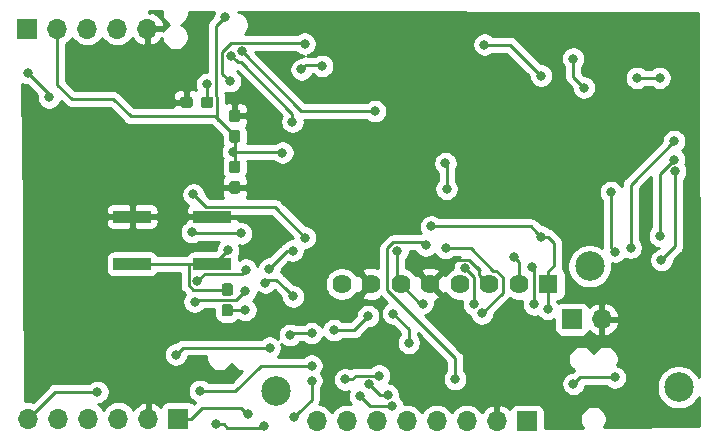
<source format=gbr>
G04 #@! TF.GenerationSoftware,KiCad,Pcbnew,(5.1.4)-1*
G04 #@! TF.CreationDate,2019-11-03T20:25:49+01:00*
G04 #@! TF.ProjectId,121019_breakoutBoard_cureBag_V1,31323130-3139-45f6-9272-65616b6f7574,rev?*
G04 #@! TF.SameCoordinates,Original*
G04 #@! TF.FileFunction,Copper,L2,Bot*
G04 #@! TF.FilePolarity,Positive*
%FSLAX46Y46*%
G04 Gerber Fmt 4.6, Leading zero omitted, Abs format (unit mm)*
G04 Created by KiCad (PCBNEW (5.1.4)-1) date 2019-11-03 20:25:49*
%MOMM*%
%LPD*%
G04 APERTURE LIST*
%ADD10C,2.500000*%
%ADD11O,1.700000X1.700000*%
%ADD12R,1.700000X1.700000*%
%ADD13R,1.624000X1.624000*%
%ADD14C,1.624000*%
%ADD15C,0.100000*%
%ADD16C,0.950000*%
%ADD17R,3.200000X1.000000*%
%ADD18C,0.800000*%
%ADD19C,0.250000*%
%ADD20C,0.254000*%
G04 APERTURE END LIST*
D10*
X157155000Y-113030000D03*
X123037600Y-113385600D03*
D11*
X150647400Y-107264200D03*
D12*
X148107400Y-107264200D03*
D13*
X146114400Y-104286200D03*
D14*
X143614400Y-104286200D03*
X141114400Y-104286200D03*
X138614400Y-104286200D03*
X136114400Y-104286200D03*
X133614400Y-104286200D03*
X131114400Y-104286200D03*
X128614400Y-104286200D03*
D10*
X149614400Y-102786200D03*
D11*
X112141000Y-82677000D03*
X109601000Y-82677000D03*
X107061000Y-82677000D03*
X104521000Y-82677000D03*
D12*
X101981000Y-82677000D03*
D11*
X126517400Y-115925600D03*
X129057400Y-115925600D03*
X131597400Y-115925600D03*
X134137400Y-115925600D03*
X136677400Y-115925600D03*
X139217400Y-115925600D03*
X141757400Y-115925600D03*
D12*
X144297400Y-115925600D03*
D11*
X102082600Y-115697000D03*
X104622600Y-115697000D03*
X107162600Y-115697000D03*
X109702600Y-115697000D03*
X112242600Y-115697000D03*
D12*
X114782600Y-115697000D03*
D15*
G36*
X115781779Y-88426144D02*
G01*
X115804834Y-88429563D01*
X115827443Y-88435227D01*
X115849387Y-88443079D01*
X115870457Y-88453044D01*
X115890448Y-88465026D01*
X115909168Y-88478910D01*
X115926438Y-88494562D01*
X115942090Y-88511832D01*
X115955974Y-88530552D01*
X115967956Y-88550543D01*
X115977921Y-88571613D01*
X115985773Y-88593557D01*
X115991437Y-88616166D01*
X115994856Y-88639221D01*
X115996000Y-88662500D01*
X115996000Y-89137500D01*
X115994856Y-89160779D01*
X115991437Y-89183834D01*
X115985773Y-89206443D01*
X115977921Y-89228387D01*
X115967956Y-89249457D01*
X115955974Y-89269448D01*
X115942090Y-89288168D01*
X115926438Y-89305438D01*
X115909168Y-89321090D01*
X115890448Y-89334974D01*
X115870457Y-89346956D01*
X115849387Y-89356921D01*
X115827443Y-89364773D01*
X115804834Y-89370437D01*
X115781779Y-89373856D01*
X115758500Y-89375000D01*
X115183500Y-89375000D01*
X115160221Y-89373856D01*
X115137166Y-89370437D01*
X115114557Y-89364773D01*
X115092613Y-89356921D01*
X115071543Y-89346956D01*
X115051552Y-89334974D01*
X115032832Y-89321090D01*
X115015562Y-89305438D01*
X114999910Y-89288168D01*
X114986026Y-89269448D01*
X114974044Y-89249457D01*
X114964079Y-89228387D01*
X114956227Y-89206443D01*
X114950563Y-89183834D01*
X114947144Y-89160779D01*
X114946000Y-89137500D01*
X114946000Y-88662500D01*
X114947144Y-88639221D01*
X114950563Y-88616166D01*
X114956227Y-88593557D01*
X114964079Y-88571613D01*
X114974044Y-88550543D01*
X114986026Y-88530552D01*
X114999910Y-88511832D01*
X115015562Y-88494562D01*
X115032832Y-88478910D01*
X115051552Y-88465026D01*
X115071543Y-88453044D01*
X115092613Y-88443079D01*
X115114557Y-88435227D01*
X115137166Y-88429563D01*
X115160221Y-88426144D01*
X115183500Y-88425000D01*
X115758500Y-88425000D01*
X115781779Y-88426144D01*
X115781779Y-88426144D01*
G37*
D16*
X115471000Y-88900000D03*
D15*
G36*
X117531779Y-88426144D02*
G01*
X117554834Y-88429563D01*
X117577443Y-88435227D01*
X117599387Y-88443079D01*
X117620457Y-88453044D01*
X117640448Y-88465026D01*
X117659168Y-88478910D01*
X117676438Y-88494562D01*
X117692090Y-88511832D01*
X117705974Y-88530552D01*
X117717956Y-88550543D01*
X117727921Y-88571613D01*
X117735773Y-88593557D01*
X117741437Y-88616166D01*
X117744856Y-88639221D01*
X117746000Y-88662500D01*
X117746000Y-89137500D01*
X117744856Y-89160779D01*
X117741437Y-89183834D01*
X117735773Y-89206443D01*
X117727921Y-89228387D01*
X117717956Y-89249457D01*
X117705974Y-89269448D01*
X117692090Y-89288168D01*
X117676438Y-89305438D01*
X117659168Y-89321090D01*
X117640448Y-89334974D01*
X117620457Y-89346956D01*
X117599387Y-89356921D01*
X117577443Y-89364773D01*
X117554834Y-89370437D01*
X117531779Y-89373856D01*
X117508500Y-89375000D01*
X116933500Y-89375000D01*
X116910221Y-89373856D01*
X116887166Y-89370437D01*
X116864557Y-89364773D01*
X116842613Y-89356921D01*
X116821543Y-89346956D01*
X116801552Y-89334974D01*
X116782832Y-89321090D01*
X116765562Y-89305438D01*
X116749910Y-89288168D01*
X116736026Y-89269448D01*
X116724044Y-89249457D01*
X116714079Y-89228387D01*
X116706227Y-89206443D01*
X116700563Y-89183834D01*
X116697144Y-89160779D01*
X116696000Y-89137500D01*
X116696000Y-88662500D01*
X116697144Y-88639221D01*
X116700563Y-88616166D01*
X116706227Y-88593557D01*
X116714079Y-88571613D01*
X116724044Y-88550543D01*
X116736026Y-88530552D01*
X116749910Y-88511832D01*
X116765562Y-88494562D01*
X116782832Y-88478910D01*
X116801552Y-88465026D01*
X116821543Y-88453044D01*
X116842613Y-88443079D01*
X116864557Y-88435227D01*
X116887166Y-88429563D01*
X116910221Y-88426144D01*
X116933500Y-88425000D01*
X117508500Y-88425000D01*
X117531779Y-88426144D01*
X117531779Y-88426144D01*
G37*
D16*
X117221000Y-88900000D03*
D17*
X110874600Y-102584000D03*
X117674600Y-102584000D03*
X117674600Y-98584000D03*
X110874600Y-98584000D03*
D15*
G36*
X119183579Y-104239744D02*
G01*
X119206634Y-104243163D01*
X119229243Y-104248827D01*
X119251187Y-104256679D01*
X119272257Y-104266644D01*
X119292248Y-104278626D01*
X119310968Y-104292510D01*
X119328238Y-104308162D01*
X119343890Y-104325432D01*
X119357774Y-104344152D01*
X119369756Y-104364143D01*
X119379721Y-104385213D01*
X119387573Y-104407157D01*
X119393237Y-104429766D01*
X119396656Y-104452821D01*
X119397800Y-104476100D01*
X119397800Y-105051100D01*
X119396656Y-105074379D01*
X119393237Y-105097434D01*
X119387573Y-105120043D01*
X119379721Y-105141987D01*
X119369756Y-105163057D01*
X119357774Y-105183048D01*
X119343890Y-105201768D01*
X119328238Y-105219038D01*
X119310968Y-105234690D01*
X119292248Y-105248574D01*
X119272257Y-105260556D01*
X119251187Y-105270521D01*
X119229243Y-105278373D01*
X119206634Y-105284037D01*
X119183579Y-105287456D01*
X119160300Y-105288600D01*
X118685300Y-105288600D01*
X118662021Y-105287456D01*
X118638966Y-105284037D01*
X118616357Y-105278373D01*
X118594413Y-105270521D01*
X118573343Y-105260556D01*
X118553352Y-105248574D01*
X118534632Y-105234690D01*
X118517362Y-105219038D01*
X118501710Y-105201768D01*
X118487826Y-105183048D01*
X118475844Y-105163057D01*
X118465879Y-105141987D01*
X118458027Y-105120043D01*
X118452363Y-105097434D01*
X118448944Y-105074379D01*
X118447800Y-105051100D01*
X118447800Y-104476100D01*
X118448944Y-104452821D01*
X118452363Y-104429766D01*
X118458027Y-104407157D01*
X118465879Y-104385213D01*
X118475844Y-104364143D01*
X118487826Y-104344152D01*
X118501710Y-104325432D01*
X118517362Y-104308162D01*
X118534632Y-104292510D01*
X118553352Y-104278626D01*
X118573343Y-104266644D01*
X118594413Y-104256679D01*
X118616357Y-104248827D01*
X118638966Y-104243163D01*
X118662021Y-104239744D01*
X118685300Y-104238600D01*
X119160300Y-104238600D01*
X119183579Y-104239744D01*
X119183579Y-104239744D01*
G37*
D16*
X118922800Y-104763600D03*
D15*
G36*
X119183579Y-105989744D02*
G01*
X119206634Y-105993163D01*
X119229243Y-105998827D01*
X119251187Y-106006679D01*
X119272257Y-106016644D01*
X119292248Y-106028626D01*
X119310968Y-106042510D01*
X119328238Y-106058162D01*
X119343890Y-106075432D01*
X119357774Y-106094152D01*
X119369756Y-106114143D01*
X119379721Y-106135213D01*
X119387573Y-106157157D01*
X119393237Y-106179766D01*
X119396656Y-106202821D01*
X119397800Y-106226100D01*
X119397800Y-106801100D01*
X119396656Y-106824379D01*
X119393237Y-106847434D01*
X119387573Y-106870043D01*
X119379721Y-106891987D01*
X119369756Y-106913057D01*
X119357774Y-106933048D01*
X119343890Y-106951768D01*
X119328238Y-106969038D01*
X119310968Y-106984690D01*
X119292248Y-106998574D01*
X119272257Y-107010556D01*
X119251187Y-107020521D01*
X119229243Y-107028373D01*
X119206634Y-107034037D01*
X119183579Y-107037456D01*
X119160300Y-107038600D01*
X118685300Y-107038600D01*
X118662021Y-107037456D01*
X118638966Y-107034037D01*
X118616357Y-107028373D01*
X118594413Y-107020521D01*
X118573343Y-107010556D01*
X118553352Y-106998574D01*
X118534632Y-106984690D01*
X118517362Y-106969038D01*
X118501710Y-106951768D01*
X118487826Y-106933048D01*
X118475844Y-106913057D01*
X118465879Y-106891987D01*
X118458027Y-106870043D01*
X118452363Y-106847434D01*
X118448944Y-106824379D01*
X118447800Y-106801100D01*
X118447800Y-106226100D01*
X118448944Y-106202821D01*
X118452363Y-106179766D01*
X118458027Y-106157157D01*
X118465879Y-106135213D01*
X118475844Y-106114143D01*
X118487826Y-106094152D01*
X118501710Y-106075432D01*
X118517362Y-106058162D01*
X118534632Y-106042510D01*
X118553352Y-106028626D01*
X118573343Y-106016644D01*
X118594413Y-106006679D01*
X118616357Y-105998827D01*
X118638966Y-105993163D01*
X118662021Y-105989744D01*
X118685300Y-105988600D01*
X119160300Y-105988600D01*
X119183579Y-105989744D01*
X119183579Y-105989744D01*
G37*
D16*
X118922800Y-106513600D03*
D15*
G36*
X119818579Y-95587144D02*
G01*
X119841634Y-95590563D01*
X119864243Y-95596227D01*
X119886187Y-95604079D01*
X119907257Y-95614044D01*
X119927248Y-95626026D01*
X119945968Y-95639910D01*
X119963238Y-95655562D01*
X119978890Y-95672832D01*
X119992774Y-95691552D01*
X120004756Y-95711543D01*
X120014721Y-95732613D01*
X120022573Y-95754557D01*
X120028237Y-95777166D01*
X120031656Y-95800221D01*
X120032800Y-95823500D01*
X120032800Y-96398500D01*
X120031656Y-96421779D01*
X120028237Y-96444834D01*
X120022573Y-96467443D01*
X120014721Y-96489387D01*
X120004756Y-96510457D01*
X119992774Y-96530448D01*
X119978890Y-96549168D01*
X119963238Y-96566438D01*
X119945968Y-96582090D01*
X119927248Y-96595974D01*
X119907257Y-96607956D01*
X119886187Y-96617921D01*
X119864243Y-96625773D01*
X119841634Y-96631437D01*
X119818579Y-96634856D01*
X119795300Y-96636000D01*
X119320300Y-96636000D01*
X119297021Y-96634856D01*
X119273966Y-96631437D01*
X119251357Y-96625773D01*
X119229413Y-96617921D01*
X119208343Y-96607956D01*
X119188352Y-96595974D01*
X119169632Y-96582090D01*
X119152362Y-96566438D01*
X119136710Y-96549168D01*
X119122826Y-96530448D01*
X119110844Y-96510457D01*
X119100879Y-96489387D01*
X119093027Y-96467443D01*
X119087363Y-96444834D01*
X119083944Y-96421779D01*
X119082800Y-96398500D01*
X119082800Y-95823500D01*
X119083944Y-95800221D01*
X119087363Y-95777166D01*
X119093027Y-95754557D01*
X119100879Y-95732613D01*
X119110844Y-95711543D01*
X119122826Y-95691552D01*
X119136710Y-95672832D01*
X119152362Y-95655562D01*
X119169632Y-95639910D01*
X119188352Y-95626026D01*
X119208343Y-95614044D01*
X119229413Y-95604079D01*
X119251357Y-95596227D01*
X119273966Y-95590563D01*
X119297021Y-95587144D01*
X119320300Y-95586000D01*
X119795300Y-95586000D01*
X119818579Y-95587144D01*
X119818579Y-95587144D01*
G37*
D16*
X119557800Y-96111000D03*
D15*
G36*
X119818579Y-93837144D02*
G01*
X119841634Y-93840563D01*
X119864243Y-93846227D01*
X119886187Y-93854079D01*
X119907257Y-93864044D01*
X119927248Y-93876026D01*
X119945968Y-93889910D01*
X119963238Y-93905562D01*
X119978890Y-93922832D01*
X119992774Y-93941552D01*
X120004756Y-93961543D01*
X120014721Y-93982613D01*
X120022573Y-94004557D01*
X120028237Y-94027166D01*
X120031656Y-94050221D01*
X120032800Y-94073500D01*
X120032800Y-94648500D01*
X120031656Y-94671779D01*
X120028237Y-94694834D01*
X120022573Y-94717443D01*
X120014721Y-94739387D01*
X120004756Y-94760457D01*
X119992774Y-94780448D01*
X119978890Y-94799168D01*
X119963238Y-94816438D01*
X119945968Y-94832090D01*
X119927248Y-94845974D01*
X119907257Y-94857956D01*
X119886187Y-94867921D01*
X119864243Y-94875773D01*
X119841634Y-94881437D01*
X119818579Y-94884856D01*
X119795300Y-94886000D01*
X119320300Y-94886000D01*
X119297021Y-94884856D01*
X119273966Y-94881437D01*
X119251357Y-94875773D01*
X119229413Y-94867921D01*
X119208343Y-94857956D01*
X119188352Y-94845974D01*
X119169632Y-94832090D01*
X119152362Y-94816438D01*
X119136710Y-94799168D01*
X119122826Y-94780448D01*
X119110844Y-94760457D01*
X119100879Y-94739387D01*
X119093027Y-94717443D01*
X119087363Y-94694834D01*
X119083944Y-94671779D01*
X119082800Y-94648500D01*
X119082800Y-94073500D01*
X119083944Y-94050221D01*
X119087363Y-94027166D01*
X119093027Y-94004557D01*
X119100879Y-93982613D01*
X119110844Y-93961543D01*
X119122826Y-93941552D01*
X119136710Y-93922832D01*
X119152362Y-93905562D01*
X119169632Y-93889910D01*
X119188352Y-93876026D01*
X119208343Y-93864044D01*
X119229413Y-93854079D01*
X119251357Y-93846227D01*
X119273966Y-93840563D01*
X119297021Y-93837144D01*
X119320300Y-93836000D01*
X119795300Y-93836000D01*
X119818579Y-93837144D01*
X119818579Y-93837144D01*
G37*
D16*
X119557800Y-94361000D03*
D15*
G36*
X119818579Y-91269144D02*
G01*
X119841634Y-91272563D01*
X119864243Y-91278227D01*
X119886187Y-91286079D01*
X119907257Y-91296044D01*
X119927248Y-91308026D01*
X119945968Y-91321910D01*
X119963238Y-91337562D01*
X119978890Y-91354832D01*
X119992774Y-91373552D01*
X120004756Y-91393543D01*
X120014721Y-91414613D01*
X120022573Y-91436557D01*
X120028237Y-91459166D01*
X120031656Y-91482221D01*
X120032800Y-91505500D01*
X120032800Y-92080500D01*
X120031656Y-92103779D01*
X120028237Y-92126834D01*
X120022573Y-92149443D01*
X120014721Y-92171387D01*
X120004756Y-92192457D01*
X119992774Y-92212448D01*
X119978890Y-92231168D01*
X119963238Y-92248438D01*
X119945968Y-92264090D01*
X119927248Y-92277974D01*
X119907257Y-92289956D01*
X119886187Y-92299921D01*
X119864243Y-92307773D01*
X119841634Y-92313437D01*
X119818579Y-92316856D01*
X119795300Y-92318000D01*
X119320300Y-92318000D01*
X119297021Y-92316856D01*
X119273966Y-92313437D01*
X119251357Y-92307773D01*
X119229413Y-92299921D01*
X119208343Y-92289956D01*
X119188352Y-92277974D01*
X119169632Y-92264090D01*
X119152362Y-92248438D01*
X119136710Y-92231168D01*
X119122826Y-92212448D01*
X119110844Y-92192457D01*
X119100879Y-92171387D01*
X119093027Y-92149443D01*
X119087363Y-92126834D01*
X119083944Y-92103779D01*
X119082800Y-92080500D01*
X119082800Y-91505500D01*
X119083944Y-91482221D01*
X119087363Y-91459166D01*
X119093027Y-91436557D01*
X119100879Y-91414613D01*
X119110844Y-91393543D01*
X119122826Y-91373552D01*
X119136710Y-91354832D01*
X119152362Y-91337562D01*
X119169632Y-91321910D01*
X119188352Y-91308026D01*
X119208343Y-91296044D01*
X119229413Y-91286079D01*
X119251357Y-91278227D01*
X119273966Y-91272563D01*
X119297021Y-91269144D01*
X119320300Y-91268000D01*
X119795300Y-91268000D01*
X119818579Y-91269144D01*
X119818579Y-91269144D01*
G37*
D16*
X119557800Y-91793000D03*
D15*
G36*
X119818579Y-89519144D02*
G01*
X119841634Y-89522563D01*
X119864243Y-89528227D01*
X119886187Y-89536079D01*
X119907257Y-89546044D01*
X119927248Y-89558026D01*
X119945968Y-89571910D01*
X119963238Y-89587562D01*
X119978890Y-89604832D01*
X119992774Y-89623552D01*
X120004756Y-89643543D01*
X120014721Y-89664613D01*
X120022573Y-89686557D01*
X120028237Y-89709166D01*
X120031656Y-89732221D01*
X120032800Y-89755500D01*
X120032800Y-90330500D01*
X120031656Y-90353779D01*
X120028237Y-90376834D01*
X120022573Y-90399443D01*
X120014721Y-90421387D01*
X120004756Y-90442457D01*
X119992774Y-90462448D01*
X119978890Y-90481168D01*
X119963238Y-90498438D01*
X119945968Y-90514090D01*
X119927248Y-90527974D01*
X119907257Y-90539956D01*
X119886187Y-90549921D01*
X119864243Y-90557773D01*
X119841634Y-90563437D01*
X119818579Y-90566856D01*
X119795300Y-90568000D01*
X119320300Y-90568000D01*
X119297021Y-90566856D01*
X119273966Y-90563437D01*
X119251357Y-90557773D01*
X119229413Y-90549921D01*
X119208343Y-90539956D01*
X119188352Y-90527974D01*
X119169632Y-90514090D01*
X119152362Y-90498438D01*
X119136710Y-90481168D01*
X119122826Y-90462448D01*
X119110844Y-90442457D01*
X119100879Y-90421387D01*
X119093027Y-90399443D01*
X119087363Y-90376834D01*
X119083944Y-90353779D01*
X119082800Y-90330500D01*
X119082800Y-89755500D01*
X119083944Y-89732221D01*
X119087363Y-89709166D01*
X119093027Y-89686557D01*
X119100879Y-89664613D01*
X119110844Y-89643543D01*
X119122826Y-89623552D01*
X119136710Y-89604832D01*
X119152362Y-89587562D01*
X119169632Y-89571910D01*
X119188352Y-89558026D01*
X119208343Y-89546044D01*
X119229413Y-89536079D01*
X119251357Y-89528227D01*
X119273966Y-89522563D01*
X119297021Y-89519144D01*
X119320300Y-89518000D01*
X119795300Y-89518000D01*
X119818579Y-89519144D01*
X119818579Y-89519144D01*
G37*
D16*
X119557800Y-90043000D03*
D18*
X129971800Y-97231200D03*
X145872200Y-93091000D03*
X152222200Y-91490800D03*
X145897600Y-84582000D03*
X156286200Y-89281000D03*
X154051000Y-115036600D03*
X140258800Y-112344200D03*
X127457200Y-109905800D03*
X108204000Y-110109000D03*
X111175800Y-105968800D03*
X124688600Y-106934000D03*
X118618000Y-108356400D03*
X120650000Y-101549200D03*
X153111200Y-102666800D03*
X158191200Y-104470200D03*
X131749800Y-109118400D03*
X124129800Y-95910400D03*
X137668000Y-107518200D03*
X127711200Y-113792000D03*
X135467584Y-105943400D03*
X102031800Y-86410800D03*
X103835200Y-88493600D03*
X116052600Y-96697800D03*
X125528352Y-100356952D03*
X133324600Y-101498400D03*
X119430800Y-93091000D03*
X120700800Y-115316000D03*
X120460600Y-106476800D03*
X123596400Y-93167200D03*
X146050000Y-106400600D03*
X136194800Y-99415600D03*
X145492492Y-100278033D03*
X118764003Y-81649402D03*
X116375456Y-104061873D03*
X120497600Y-103073200D03*
X122487128Y-102997000D03*
X124460000Y-101473000D03*
X124510800Y-105333800D03*
X122148600Y-104165400D03*
X120460600Y-104902000D03*
X116154200Y-105791000D03*
X120098599Y-99999800D03*
X115925600Y-99898200D03*
X156847791Y-94747290D03*
X155524200Y-86842600D03*
X153593800Y-86842600D03*
X145491200Y-86654999D03*
X140690600Y-84023200D03*
X148234400Y-112750600D03*
X151742511Y-112196161D03*
X155676600Y-102260400D03*
X124434600Y-90551000D03*
X119224210Y-84956380D03*
X120157272Y-84596630D03*
X131419600Y-89648190D03*
X125206036Y-86121964D03*
X126967942Y-85833258D03*
X148209000Y-85204999D03*
X151409400Y-96509998D03*
X151765000Y-101549200D03*
X149123400Y-87655400D03*
X153085800Y-101219000D03*
X156757199Y-92202000D03*
X144907000Y-106008000D03*
X144754600Y-102870000D03*
X140475800Y-106788812D03*
X137414000Y-101244400D03*
X137490200Y-96240600D03*
X137388600Y-94056200D03*
X139817602Y-106008000D03*
X139072931Y-102950723D03*
X138226800Y-112352002D03*
X135737600Y-101015800D03*
X155549600Y-100210002D03*
X156757200Y-93751400D03*
X118973600Y-101447600D03*
X119137589Y-87122000D03*
X117221000Y-87376000D03*
X125476000Y-83947000D03*
X143230600Y-102006400D03*
X132872794Y-114622970D03*
X130170347Y-113787347D03*
X126067399Y-111201200D03*
X116614608Y-113331592D03*
X107929253Y-113415653D03*
X130860800Y-107010200D03*
X127941240Y-108204000D03*
X126067399Y-108458000D03*
X124231400Y-108610400D03*
X122517400Y-109668997D03*
X114579400Y-110261400D03*
X128899642Y-112374958D03*
X126067399Y-112471200D03*
X134289800Y-109270802D03*
X132972369Y-106801008D03*
X124617387Y-115530790D03*
X131775200Y-112039400D03*
X117983000Y-116147001D03*
X121996200Y-116332000D03*
X132511800Y-113690400D03*
X130962400Y-112776000D03*
D19*
X136926399Y-103474201D02*
X136114400Y-104286200D01*
X138174878Y-102225722D02*
X136926399Y-103474201D01*
X139420932Y-102225722D02*
X138174878Y-102225722D01*
X140267611Y-103072401D02*
X139420932Y-102225722D01*
X140267611Y-103564611D02*
X140267611Y-103072401D01*
X140989200Y-104286200D02*
X140267611Y-103564611D01*
X141114400Y-104286200D02*
X140989200Y-104286200D01*
X135271600Y-105943400D02*
X135467584Y-105943400D01*
X133614400Y-104286200D02*
X135271600Y-105943400D01*
X102031800Y-86410800D02*
X103835200Y-88214200D01*
X103835200Y-88214200D02*
X103835200Y-88493600D01*
X122930399Y-97758999D02*
X125528352Y-100356952D01*
X116052600Y-96697800D02*
X117113799Y-97758999D01*
X117113799Y-97758999D02*
X122930399Y-97758999D01*
X133324600Y-103996400D02*
X133614400Y-104286200D01*
X133324600Y-101498400D02*
X133324600Y-103996400D01*
X119557800Y-94361000D02*
X119557800Y-93218000D01*
X119557800Y-93218000D02*
X119430800Y-93091000D01*
X119557800Y-92964000D02*
X119430800Y-93091000D01*
X119557800Y-91793000D02*
X119557800Y-92964000D01*
X116779101Y-114800499D02*
X120109099Y-114800499D01*
X114782600Y-115697000D02*
X115882600Y-115697000D01*
X115882600Y-115697000D02*
X116779101Y-114800499D01*
X120109099Y-114800499D02*
X120624600Y-115316000D01*
X120624600Y-115316000D02*
X120700800Y-115316000D01*
X118922800Y-106684099D02*
X118922800Y-106513600D01*
X118959600Y-106476800D02*
X118922800Y-106513600D01*
X120460600Y-106476800D02*
X118959600Y-106476800D01*
X119058728Y-91293928D02*
X119557800Y-91793000D01*
X119430800Y-93091000D02*
X123520200Y-93091000D01*
X123520200Y-93091000D02*
X123596400Y-93167200D01*
X146114400Y-104286200D02*
X146114400Y-106336200D01*
X146114400Y-106336200D02*
X146050000Y-106400600D01*
X146114400Y-103224200D02*
X146603602Y-102734998D01*
X146603602Y-100823458D02*
X146058177Y-100278033D01*
X146058177Y-100278033D02*
X145492492Y-100278033D01*
X136194800Y-99415600D02*
X144630059Y-99415600D01*
X146114400Y-104286200D02*
X146114400Y-103224200D01*
X145092493Y-99878034D02*
X145492492Y-100278033D01*
X146603602Y-102734998D02*
X146603602Y-100823458D01*
X144630059Y-99415600D02*
X145092493Y-99878034D01*
X118059200Y-90294400D02*
X118059200Y-89382310D01*
X118364004Y-82049401D02*
X118764003Y-81649402D01*
X118071010Y-88429500D02*
X117983000Y-88341490D01*
X117983000Y-88341490D02*
X117983000Y-82430405D01*
X119058728Y-91293928D02*
X118059200Y-90294400D01*
X117983000Y-82430405D02*
X118364004Y-82049401D01*
X118059200Y-89382310D02*
X118071010Y-89370500D01*
X118071010Y-89370500D02*
X118071010Y-88429500D01*
X117858600Y-90093800D02*
X119058728Y-91293928D01*
X110744000Y-90093800D02*
X117858600Y-90093800D01*
X109285800Y-88635600D02*
X110744000Y-90093800D01*
X105752200Y-88635600D02*
X109285800Y-88635600D01*
X104521000Y-82677000D02*
X104521000Y-87404400D01*
X104521000Y-87404400D02*
X105752200Y-88635600D01*
X120161799Y-103409001D02*
X120497600Y-103073200D01*
X116375456Y-104061873D02*
X117028328Y-103409001D01*
X117028328Y-103409001D02*
X120161799Y-103409001D01*
X122487128Y-102997000D02*
X124011128Y-101473000D01*
X124011128Y-101473000D02*
X124460000Y-101473000D01*
X124510800Y-105333800D02*
X123825000Y-104648000D01*
X122400410Y-103913590D02*
X122148600Y-104165400D01*
X123825000Y-104648000D02*
X123090590Y-103913590D01*
X123090590Y-103913590D02*
X122400410Y-103913590D01*
X116281610Y-105663590D02*
X116154200Y-105791000D01*
X120460600Y-104902000D02*
X119699010Y-105663590D01*
X119699010Y-105663590D02*
X116281610Y-105663590D01*
X120098599Y-99999800D02*
X116027200Y-99999800D01*
X116027200Y-99999800D02*
X115925600Y-99898200D01*
X155524200Y-86842600D02*
X153593800Y-86842600D01*
X145491200Y-86654999D02*
X142859401Y-84023200D01*
X142859401Y-84023200D02*
X140690600Y-84023200D01*
X148234400Y-112750600D02*
X148788839Y-112196161D01*
X148788839Y-112196161D02*
X151742511Y-112196161D01*
X156847791Y-101089209D02*
X156076599Y-101860401D01*
X156076599Y-101860401D02*
X155676600Y-102260400D01*
X156847791Y-94747290D02*
X156847791Y-101089209D01*
X124434600Y-90551000D02*
X124434600Y-89880398D01*
X119624209Y-85356379D02*
X119224210Y-84956380D01*
X124434600Y-89880398D02*
X120089201Y-85534999D01*
X119802829Y-85534999D02*
X119624209Y-85356379D01*
X120089201Y-85534999D02*
X119802829Y-85534999D01*
X125208832Y-89648190D02*
X130853915Y-89648190D01*
X130853915Y-89648190D02*
X131419600Y-89648190D01*
X120157272Y-84596630D02*
X125208832Y-89648190D01*
X125606035Y-85721965D02*
X126723635Y-85721965D01*
X125206036Y-86121964D02*
X125606035Y-85721965D01*
X126723635Y-85721965D02*
X126834928Y-85833258D01*
X126834928Y-85833258D02*
X126967942Y-85833258D01*
X151409400Y-96509998D02*
X151409400Y-101193600D01*
X151409400Y-101193600D02*
X151765000Y-101549200D01*
X148209000Y-86741000D02*
X148723401Y-87255401D01*
X148209000Y-85204999D02*
X148209000Y-86741000D01*
X148723401Y-87255401D02*
X149123400Y-87655400D01*
X153085800Y-101219000D02*
X153085800Y-95873399D01*
X153085800Y-95873399D02*
X156757199Y-92202000D01*
X144907000Y-106008000D02*
X144907000Y-103022400D01*
X144907000Y-103022400D02*
X144754600Y-102870000D01*
X137490200Y-94157800D02*
X137388600Y-94056200D01*
X137490200Y-96240600D02*
X137490200Y-94157800D01*
X142251401Y-103740439D02*
X141660161Y-103149199D01*
X137979685Y-101244400D02*
X137414000Y-101244400D01*
X141660161Y-103149199D02*
X141441271Y-103149199D01*
X141441271Y-103149199D02*
X139536472Y-101244400D01*
X140475800Y-106788812D02*
X142251401Y-105013211D01*
X142251401Y-105013211D02*
X142251401Y-103740439D01*
X139536472Y-101244400D02*
X137979685Y-101244400D01*
X139817602Y-106008000D02*
X139817602Y-103695394D01*
X139817602Y-103695394D02*
X139072931Y-102950723D01*
X138226800Y-110581362D02*
X132477399Y-104831961D01*
X138226800Y-112352002D02*
X138226800Y-110581362D01*
X132477399Y-104831961D02*
X132477399Y-101272599D01*
X132976599Y-100773399D02*
X135495199Y-100773399D01*
X132477399Y-101272599D02*
X132976599Y-100773399D01*
X135495199Y-100773399D02*
X135737600Y-101015800D01*
X155549600Y-94959000D02*
X156757200Y-93751400D01*
X155549600Y-100210002D02*
X155549600Y-94959000D01*
X110874600Y-102584000D02*
X112724600Y-102584000D01*
X117674600Y-102584000D02*
X117837200Y-102584000D01*
X117837200Y-102584000D02*
X118973600Y-101447600D01*
X115650455Y-104409874D02*
X115650455Y-102586345D01*
X115650455Y-102586345D02*
X115652800Y-102584000D01*
X116723457Y-104786874D02*
X116027455Y-104786874D01*
X116746731Y-104763600D02*
X116723457Y-104786874D01*
X116027455Y-104786874D02*
X115650455Y-104409874D01*
X118922800Y-104763600D02*
X116746731Y-104763600D01*
X115652800Y-102584000D02*
X117674600Y-102584000D01*
X112724600Y-102584000D02*
X115652800Y-102584000D01*
X117221000Y-88900000D02*
X117221000Y-87376000D01*
X125400629Y-83871629D02*
X125476000Y-83947000D01*
X119235959Y-83871629D02*
X125400629Y-83871629D01*
X118499209Y-84608379D02*
X119235959Y-83871629D01*
X119137589Y-87122000D02*
X118499209Y-86483620D01*
X118499209Y-86483620D02*
X118499209Y-84608379D01*
X143614400Y-102390200D02*
X143230600Y-102006400D01*
X143614400Y-104286200D02*
X143614400Y-102390200D01*
X132872794Y-114622970D02*
X131005970Y-114622970D01*
X131005970Y-114622970D02*
X130170347Y-113787347D01*
X104363947Y-113415653D02*
X102082600Y-115697000D01*
X107929253Y-113415653D02*
X104363947Y-113415653D01*
X124510800Y-111201200D02*
X126067399Y-111201200D01*
X121742200Y-111201200D02*
X124510800Y-111201200D01*
X116614608Y-113331592D02*
X119611808Y-113331592D01*
X119611808Y-113331592D02*
X121742200Y-111201200D01*
X130860800Y-107010200D02*
X129667000Y-108204000D01*
X129667000Y-108204000D02*
X127941240Y-108204000D01*
X126067399Y-108458000D02*
X124383800Y-108458000D01*
X124383800Y-108458000D02*
X124231400Y-108610400D01*
X122517400Y-109668997D02*
X115171803Y-109668997D01*
X115171803Y-109668997D02*
X114579400Y-110261400D01*
X134289800Y-108705117D02*
X134289800Y-109270802D01*
X132972369Y-106801008D02*
X134289800Y-108118439D01*
X134289800Y-108118439D02*
X134289800Y-108705117D01*
X126067399Y-114080778D02*
X125017386Y-115130791D01*
X125017386Y-115130791D02*
X124617387Y-115530790D01*
X126067399Y-112471200D02*
X126067399Y-114080778D01*
X131209515Y-112039400D02*
X131775200Y-112039400D01*
X129465327Y-112374958D02*
X129800885Y-112039400D01*
X128899642Y-112374958D02*
X129465327Y-112374958D01*
X129800885Y-112039400D02*
X131209515Y-112039400D01*
X121887099Y-116441101D02*
X121996200Y-116332000D01*
X118910055Y-116441101D02*
X121887099Y-116441101D01*
X117983000Y-116147001D02*
X118615955Y-116147001D01*
X118615955Y-116147001D02*
X118910055Y-116441101D01*
X132511800Y-113690400D02*
X131876800Y-113690400D01*
X131876800Y-113690400D02*
X130962400Y-112776000D01*
D20*
G36*
X158800982Y-81355808D02*
G01*
X158845437Y-112185333D01*
X158825466Y-112137118D01*
X158619175Y-111828382D01*
X158356618Y-111565825D01*
X158047882Y-111359534D01*
X157704834Y-111217439D01*
X157340656Y-111145000D01*
X156969344Y-111145000D01*
X156605166Y-111217439D01*
X156262118Y-111359534D01*
X155953382Y-111565825D01*
X155690825Y-111828382D01*
X155484534Y-112137118D01*
X155342439Y-112480166D01*
X155270000Y-112844344D01*
X155270000Y-113215656D01*
X155342439Y-113579834D01*
X155484534Y-113922882D01*
X155690825Y-114231618D01*
X155953382Y-114494175D01*
X156262118Y-114700466D01*
X156605166Y-114842561D01*
X156969344Y-114915000D01*
X157340656Y-114915000D01*
X157704834Y-114842561D01*
X158047882Y-114700466D01*
X158356618Y-114494175D01*
X158619175Y-114231618D01*
X158825466Y-113922882D01*
X158847865Y-113868806D01*
X158851419Y-116333626D01*
X150792511Y-116437312D01*
X150912459Y-116257798D01*
X150997663Y-116052096D01*
X151041100Y-115833725D01*
X151041100Y-115611075D01*
X150997663Y-115392704D01*
X150912459Y-115187002D01*
X150788761Y-115001876D01*
X150631324Y-114844439D01*
X150446198Y-114720741D01*
X150240496Y-114635537D01*
X150022125Y-114592100D01*
X149799475Y-114592100D01*
X149581104Y-114635537D01*
X149375402Y-114720741D01*
X149190276Y-114844439D01*
X149032839Y-115001876D01*
X148909141Y-115187002D01*
X148823937Y-115392704D01*
X148780500Y-115611075D01*
X148780500Y-115833725D01*
X148823937Y-116052096D01*
X148909141Y-116257798D01*
X149032839Y-116442924D01*
X149049651Y-116459736D01*
X145785472Y-116501733D01*
X145785472Y-115075600D01*
X145773212Y-114951118D01*
X145736902Y-114831420D01*
X145677937Y-114721106D01*
X145598585Y-114624415D01*
X145501894Y-114545063D01*
X145391580Y-114486098D01*
X145271882Y-114449788D01*
X145147400Y-114437528D01*
X143447400Y-114437528D01*
X143322918Y-114449788D01*
X143203220Y-114486098D01*
X143092906Y-114545063D01*
X142996215Y-114624415D01*
X142916863Y-114721106D01*
X142857898Y-114831420D01*
X142833434Y-114912066D01*
X142757669Y-114828012D01*
X142524320Y-114653959D01*
X142261499Y-114528775D01*
X142114290Y-114484124D01*
X141884400Y-114605445D01*
X141884400Y-115798600D01*
X141904400Y-115798600D01*
X141904400Y-116052600D01*
X141884400Y-116052600D01*
X141884400Y-116072600D01*
X141630400Y-116072600D01*
X141630400Y-116052600D01*
X141610400Y-116052600D01*
X141610400Y-115798600D01*
X141630400Y-115798600D01*
X141630400Y-114605445D01*
X141400510Y-114484124D01*
X141253301Y-114528775D01*
X140990480Y-114653959D01*
X140757131Y-114828012D01*
X140562222Y-115044245D01*
X140492601Y-115161123D01*
X140458106Y-115096586D01*
X140272534Y-114870466D01*
X140046414Y-114684894D01*
X139788434Y-114547001D01*
X139508511Y-114462087D01*
X139290350Y-114440600D01*
X139144450Y-114440600D01*
X138926289Y-114462087D01*
X138646366Y-114547001D01*
X138388386Y-114684894D01*
X138162266Y-114870466D01*
X137976694Y-115096586D01*
X137947400Y-115151391D01*
X137918106Y-115096586D01*
X137732534Y-114870466D01*
X137506414Y-114684894D01*
X137248434Y-114547001D01*
X136968511Y-114462087D01*
X136750350Y-114440600D01*
X136604450Y-114440600D01*
X136386289Y-114462087D01*
X136106366Y-114547001D01*
X135848386Y-114684894D01*
X135622266Y-114870466D01*
X135436694Y-115096586D01*
X135407400Y-115151391D01*
X135378106Y-115096586D01*
X135192534Y-114870466D01*
X134966414Y-114684894D01*
X134708434Y-114547001D01*
X134428511Y-114462087D01*
X134210350Y-114440600D01*
X134064450Y-114440600D01*
X133895113Y-114457278D01*
X133868020Y-114321072D01*
X133789999Y-114132714D01*
X133676731Y-113963196D01*
X133540010Y-113826475D01*
X133546800Y-113792339D01*
X133546800Y-113588461D01*
X133507026Y-113388502D01*
X133429005Y-113200144D01*
X133315737Y-113030626D01*
X133171574Y-112886463D01*
X133002056Y-112773195D01*
X132813698Y-112695174D01*
X132613739Y-112655400D01*
X132608386Y-112655400D01*
X132692405Y-112529656D01*
X132770426Y-112341298D01*
X132810200Y-112141339D01*
X132810200Y-111937461D01*
X132770426Y-111737502D01*
X132692405Y-111549144D01*
X132579137Y-111379626D01*
X132434974Y-111235463D01*
X132265456Y-111122195D01*
X132077098Y-111044174D01*
X131877139Y-111004400D01*
X131673261Y-111004400D01*
X131473302Y-111044174D01*
X131284944Y-111122195D01*
X131115426Y-111235463D01*
X131071489Y-111279400D01*
X129838210Y-111279400D01*
X129800885Y-111275724D01*
X129763560Y-111279400D01*
X129763552Y-111279400D01*
X129651899Y-111290397D01*
X129508638Y-111333854D01*
X129376609Y-111404426D01*
X129337883Y-111436208D01*
X129201540Y-111379732D01*
X129001581Y-111339958D01*
X128797703Y-111339958D01*
X128597744Y-111379732D01*
X128409386Y-111457753D01*
X128239868Y-111571021D01*
X128095705Y-111715184D01*
X127982437Y-111884702D01*
X127904416Y-112073060D01*
X127864642Y-112273019D01*
X127864642Y-112476897D01*
X127904416Y-112676856D01*
X127982437Y-112865214D01*
X128095705Y-113034732D01*
X128239868Y-113178895D01*
X128409386Y-113292163D01*
X128597744Y-113370184D01*
X128797703Y-113409958D01*
X129001581Y-113409958D01*
X129201540Y-113370184D01*
X129227282Y-113359521D01*
X129175121Y-113485449D01*
X129135347Y-113685408D01*
X129135347Y-113889286D01*
X129175121Y-114089245D01*
X129253142Y-114277603D01*
X129366410Y-114447121D01*
X129395687Y-114476398D01*
X129348511Y-114462087D01*
X129130350Y-114440600D01*
X128984450Y-114440600D01*
X128766289Y-114462087D01*
X128486366Y-114547001D01*
X128228386Y-114684894D01*
X128002266Y-114870466D01*
X127816694Y-115096586D01*
X127787400Y-115151391D01*
X127758106Y-115096586D01*
X127572534Y-114870466D01*
X127346414Y-114684894D01*
X127088434Y-114547001D01*
X126808511Y-114462087D01*
X126729499Y-114454305D01*
X126772945Y-114373025D01*
X126816402Y-114229764D01*
X126827399Y-114118111D01*
X126831076Y-114080778D01*
X126827399Y-114043445D01*
X126827399Y-113174911D01*
X126871336Y-113130974D01*
X126984604Y-112961456D01*
X127062625Y-112773098D01*
X127102399Y-112573139D01*
X127102399Y-112369261D01*
X127062625Y-112169302D01*
X126984604Y-111980944D01*
X126887889Y-111836200D01*
X126984604Y-111691456D01*
X127062625Y-111503098D01*
X127102399Y-111303139D01*
X127102399Y-111099261D01*
X127062625Y-110899302D01*
X126984604Y-110710944D01*
X126871336Y-110541426D01*
X126727173Y-110397263D01*
X126557655Y-110283995D01*
X126369297Y-110205974D01*
X126169338Y-110166200D01*
X125965460Y-110166200D01*
X125765501Y-110205974D01*
X125577143Y-110283995D01*
X125407625Y-110397263D01*
X125363688Y-110441200D01*
X123208908Y-110441200D01*
X123321337Y-110328771D01*
X123434605Y-110159253D01*
X123512626Y-109970895D01*
X123552400Y-109770936D01*
X123552400Y-109567058D01*
X123512626Y-109367099D01*
X123504309Y-109347020D01*
X123571626Y-109414337D01*
X123741144Y-109527605D01*
X123929502Y-109605626D01*
X124129461Y-109645400D01*
X124333339Y-109645400D01*
X124533298Y-109605626D01*
X124721656Y-109527605D01*
X124891174Y-109414337D01*
X125035337Y-109270174D01*
X125070198Y-109218000D01*
X125363688Y-109218000D01*
X125407625Y-109261937D01*
X125577143Y-109375205D01*
X125765501Y-109453226D01*
X125965460Y-109493000D01*
X126169338Y-109493000D01*
X126369297Y-109453226D01*
X126557655Y-109375205D01*
X126727173Y-109261937D01*
X126871336Y-109117774D01*
X126984604Y-108948256D01*
X127062625Y-108759898D01*
X127063834Y-108753820D01*
X127137303Y-108863774D01*
X127281466Y-109007937D01*
X127450984Y-109121205D01*
X127639342Y-109199226D01*
X127839301Y-109239000D01*
X128043179Y-109239000D01*
X128243138Y-109199226D01*
X128431496Y-109121205D01*
X128601014Y-109007937D01*
X128644951Y-108964000D01*
X129629678Y-108964000D01*
X129667000Y-108967676D01*
X129704322Y-108964000D01*
X129704333Y-108964000D01*
X129815986Y-108953003D01*
X129959247Y-108909546D01*
X130091276Y-108838974D01*
X130207001Y-108744001D01*
X130230804Y-108714997D01*
X130900602Y-108045200D01*
X130962739Y-108045200D01*
X131162698Y-108005426D01*
X131351056Y-107927405D01*
X131520574Y-107814137D01*
X131664737Y-107669974D01*
X131778005Y-107500456D01*
X131856026Y-107312098D01*
X131895800Y-107112139D01*
X131895800Y-106908261D01*
X131856026Y-106708302D01*
X131778005Y-106519944D01*
X131664737Y-106350426D01*
X131520574Y-106206263D01*
X131351056Y-106092995D01*
X131162698Y-106014974D01*
X130962739Y-105975200D01*
X130758861Y-105975200D01*
X130558902Y-106014974D01*
X130370544Y-106092995D01*
X130201026Y-106206263D01*
X130056863Y-106350426D01*
X129943595Y-106519944D01*
X129865574Y-106708302D01*
X129825800Y-106908261D01*
X129825800Y-106970398D01*
X129352199Y-107444000D01*
X128644951Y-107444000D01*
X128601014Y-107400063D01*
X128431496Y-107286795D01*
X128243138Y-107208774D01*
X128043179Y-107169000D01*
X127839301Y-107169000D01*
X127639342Y-107208774D01*
X127450984Y-107286795D01*
X127281466Y-107400063D01*
X127137303Y-107544226D01*
X127024035Y-107713744D01*
X126946014Y-107902102D01*
X126944805Y-107908180D01*
X126871336Y-107798226D01*
X126727173Y-107654063D01*
X126557655Y-107540795D01*
X126369297Y-107462774D01*
X126169338Y-107423000D01*
X125965460Y-107423000D01*
X125765501Y-107462774D01*
X125577143Y-107540795D01*
X125407625Y-107654063D01*
X125363688Y-107698000D01*
X124728847Y-107698000D01*
X124721656Y-107693195D01*
X124533298Y-107615174D01*
X124333339Y-107575400D01*
X124129461Y-107575400D01*
X123929502Y-107615174D01*
X123741144Y-107693195D01*
X123571626Y-107806463D01*
X123427463Y-107950626D01*
X123314195Y-108120144D01*
X123236174Y-108308502D01*
X123196400Y-108508461D01*
X123196400Y-108712339D01*
X123236174Y-108912298D01*
X123244491Y-108932377D01*
X123177174Y-108865060D01*
X123007656Y-108751792D01*
X122819298Y-108673771D01*
X122619339Y-108633997D01*
X122415461Y-108633997D01*
X122215502Y-108673771D01*
X122027144Y-108751792D01*
X121857626Y-108865060D01*
X121813689Y-108908997D01*
X115209125Y-108908997D01*
X115171802Y-108905321D01*
X115134479Y-108908997D01*
X115134470Y-108908997D01*
X115022817Y-108919994D01*
X114879556Y-108963451D01*
X114747527Y-109034023D01*
X114631802Y-109128996D01*
X114608003Y-109157995D01*
X114539598Y-109226400D01*
X114477461Y-109226400D01*
X114277502Y-109266174D01*
X114089144Y-109344195D01*
X113919626Y-109457463D01*
X113775463Y-109601626D01*
X113662195Y-109771144D01*
X113584174Y-109959502D01*
X113544400Y-110159461D01*
X113544400Y-110363339D01*
X113584174Y-110563298D01*
X113662195Y-110751656D01*
X113775463Y-110921174D01*
X113919626Y-111065337D01*
X114089144Y-111178605D01*
X114277502Y-111256626D01*
X114477461Y-111296400D01*
X114681339Y-111296400D01*
X114881298Y-111256626D01*
X115069656Y-111178605D01*
X115239174Y-111065337D01*
X115383337Y-110921174D01*
X115496605Y-110751656D01*
X115574626Y-110563298D01*
X115601340Y-110428997D01*
X117157595Y-110428997D01*
X117157500Y-110429475D01*
X117157500Y-110652125D01*
X117200937Y-110870496D01*
X117286141Y-111076198D01*
X117409839Y-111261324D01*
X117567276Y-111418761D01*
X117752402Y-111542459D01*
X117958104Y-111627663D01*
X118176475Y-111671100D01*
X118399125Y-111671100D01*
X118617496Y-111627663D01*
X118823198Y-111542459D01*
X119008324Y-111418761D01*
X119165761Y-111261324D01*
X119289459Y-111076198D01*
X119303800Y-111041576D01*
X119318141Y-111076198D01*
X119441839Y-111261324D01*
X119599276Y-111418761D01*
X119784402Y-111542459D01*
X119990104Y-111627663D01*
X120199320Y-111669279D01*
X119297007Y-112571592D01*
X117318319Y-112571592D01*
X117274382Y-112527655D01*
X117104864Y-112414387D01*
X116916506Y-112336366D01*
X116716547Y-112296592D01*
X116512669Y-112296592D01*
X116312710Y-112336366D01*
X116124352Y-112414387D01*
X115954834Y-112527655D01*
X115810671Y-112671818D01*
X115697403Y-112841336D01*
X115619382Y-113029694D01*
X115579608Y-113229653D01*
X115579608Y-113433531D01*
X115619382Y-113633490D01*
X115697403Y-113821848D01*
X115810671Y-113991366D01*
X115954834Y-114135529D01*
X116124352Y-114248797D01*
X116217155Y-114287238D01*
X116215302Y-114289496D01*
X116095143Y-114409655D01*
X116083785Y-114395815D01*
X115987094Y-114316463D01*
X115876780Y-114257498D01*
X115757082Y-114221188D01*
X115632600Y-114208928D01*
X113932600Y-114208928D01*
X113808118Y-114221188D01*
X113688420Y-114257498D01*
X113578106Y-114316463D01*
X113481415Y-114395815D01*
X113402063Y-114492506D01*
X113343098Y-114602820D01*
X113318634Y-114683466D01*
X113242869Y-114599412D01*
X113009520Y-114425359D01*
X112746699Y-114300175D01*
X112599490Y-114255524D01*
X112369600Y-114376845D01*
X112369600Y-115570000D01*
X112389600Y-115570000D01*
X112389600Y-115824000D01*
X112369600Y-115824000D01*
X112369600Y-115844000D01*
X112115600Y-115844000D01*
X112115600Y-115824000D01*
X112095600Y-115824000D01*
X112095600Y-115570000D01*
X112115600Y-115570000D01*
X112115600Y-114376845D01*
X111885710Y-114255524D01*
X111738501Y-114300175D01*
X111475680Y-114425359D01*
X111242331Y-114599412D01*
X111047422Y-114815645D01*
X110977801Y-114932523D01*
X110943306Y-114867986D01*
X110757734Y-114641866D01*
X110531614Y-114456294D01*
X110273634Y-114318401D01*
X109993711Y-114233487D01*
X109775550Y-114212000D01*
X109629650Y-114212000D01*
X109411489Y-114233487D01*
X109131566Y-114318401D01*
X108873586Y-114456294D01*
X108647466Y-114641866D01*
X108461894Y-114867986D01*
X108432600Y-114922791D01*
X108403306Y-114867986D01*
X108217734Y-114641866D01*
X107991614Y-114456294D01*
X107981060Y-114450653D01*
X108031192Y-114450653D01*
X108231151Y-114410879D01*
X108419509Y-114332858D01*
X108589027Y-114219590D01*
X108733190Y-114075427D01*
X108846458Y-113905909D01*
X108924479Y-113717551D01*
X108964253Y-113517592D01*
X108964253Y-113313714D01*
X108924479Y-113113755D01*
X108846458Y-112925397D01*
X108733190Y-112755879D01*
X108589027Y-112611716D01*
X108419509Y-112498448D01*
X108231151Y-112420427D01*
X108031192Y-112380653D01*
X107827314Y-112380653D01*
X107627355Y-112420427D01*
X107438997Y-112498448D01*
X107269479Y-112611716D01*
X107225542Y-112655653D01*
X104401270Y-112655653D01*
X104363947Y-112651977D01*
X104326624Y-112655653D01*
X104326614Y-112655653D01*
X104214961Y-112666650D01*
X104071700Y-112710107D01*
X103939671Y-112780679D01*
X103823946Y-112875652D01*
X103800148Y-112904650D01*
X102448596Y-114256203D01*
X102373711Y-114233487D01*
X102155550Y-114212000D01*
X102009650Y-114212000D01*
X101826912Y-114229998D01*
X101715951Y-102084000D01*
X108636528Y-102084000D01*
X108636528Y-103084000D01*
X108648788Y-103208482D01*
X108685098Y-103328180D01*
X108744063Y-103438494D01*
X108823415Y-103535185D01*
X108920106Y-103614537D01*
X109030420Y-103673502D01*
X109150118Y-103709812D01*
X109274600Y-103722072D01*
X112474600Y-103722072D01*
X112599082Y-103709812D01*
X112718780Y-103673502D01*
X112829094Y-103614537D01*
X112925785Y-103535185D01*
X113005137Y-103438494D01*
X113055646Y-103344000D01*
X114890456Y-103344000D01*
X114890455Y-104372551D01*
X114886779Y-104409874D01*
X114890455Y-104447196D01*
X114890455Y-104447206D01*
X114901452Y-104558859D01*
X114944856Y-104701946D01*
X114944909Y-104702120D01*
X115015481Y-104834150D01*
X115044323Y-104869294D01*
X115110454Y-104949875D01*
X115139458Y-104973678D01*
X115328931Y-105163151D01*
X115236995Y-105300744D01*
X115158974Y-105489102D01*
X115119200Y-105689061D01*
X115119200Y-105892939D01*
X115158974Y-106092898D01*
X115236995Y-106281256D01*
X115350263Y-106450774D01*
X115494426Y-106594937D01*
X115663944Y-106708205D01*
X115852302Y-106786226D01*
X116052261Y-106826000D01*
X116256139Y-106826000D01*
X116456098Y-106786226D01*
X116644456Y-106708205D01*
X116813974Y-106594937D01*
X116958137Y-106450774D01*
X116976301Y-106423590D01*
X117809728Y-106423590D01*
X117809728Y-106801100D01*
X117826552Y-106971916D01*
X117876377Y-107136167D01*
X117957288Y-107287542D01*
X118066177Y-107420223D01*
X118198858Y-107529112D01*
X118350233Y-107610023D01*
X118514484Y-107659848D01*
X118685300Y-107676672D01*
X119160300Y-107676672D01*
X119331116Y-107659848D01*
X119495367Y-107610023D01*
X119646742Y-107529112D01*
X119779423Y-107420223D01*
X119860935Y-107320901D01*
X119970344Y-107394005D01*
X120158702Y-107472026D01*
X120358661Y-107511800D01*
X120562539Y-107511800D01*
X120762498Y-107472026D01*
X120950856Y-107394005D01*
X121120374Y-107280737D01*
X121264537Y-107136574D01*
X121377805Y-106967056D01*
X121455826Y-106778698D01*
X121495600Y-106578739D01*
X121495600Y-106374861D01*
X121455826Y-106174902D01*
X121377805Y-105986544D01*
X121264537Y-105817026D01*
X121136911Y-105689400D01*
X121264537Y-105561774D01*
X121377805Y-105392256D01*
X121455826Y-105203898D01*
X121495600Y-105003939D01*
X121495600Y-104973863D01*
X121658344Y-105082605D01*
X121846702Y-105160626D01*
X122046661Y-105200400D01*
X122250539Y-105200400D01*
X122450498Y-105160626D01*
X122638856Y-105082605D01*
X122808374Y-104969337D01*
X122939955Y-104837756D01*
X123313997Y-105211799D01*
X123314002Y-105211803D01*
X123475800Y-105373601D01*
X123475800Y-105435739D01*
X123515574Y-105635698D01*
X123593595Y-105824056D01*
X123706863Y-105993574D01*
X123851026Y-106137737D01*
X124020544Y-106251005D01*
X124208902Y-106329026D01*
X124408861Y-106368800D01*
X124612739Y-106368800D01*
X124812698Y-106329026D01*
X125001056Y-106251005D01*
X125170574Y-106137737D01*
X125314737Y-105993574D01*
X125428005Y-105824056D01*
X125506026Y-105635698D01*
X125545800Y-105435739D01*
X125545800Y-105231861D01*
X125506026Y-105031902D01*
X125428005Y-104843544D01*
X125314737Y-104674026D01*
X125170574Y-104529863D01*
X125001056Y-104416595D01*
X124812698Y-104338574D01*
X124612739Y-104298800D01*
X124550601Y-104298800D01*
X124395484Y-104143683D01*
X127167400Y-104143683D01*
X127167400Y-104428717D01*
X127223008Y-104708274D01*
X127332086Y-104971611D01*
X127490442Y-105208608D01*
X127691992Y-105410158D01*
X127928989Y-105568514D01*
X128192326Y-105677592D01*
X128471883Y-105733200D01*
X128756917Y-105733200D01*
X129036474Y-105677592D01*
X129299811Y-105568514D01*
X129536808Y-105410158D01*
X129738358Y-105208608D01*
X129861953Y-105023635D01*
X129867936Y-105034829D01*
X130113130Y-105107865D01*
X130934795Y-104286200D01*
X130113130Y-103464535D01*
X129867936Y-103537571D01*
X129862348Y-103549357D01*
X129738358Y-103363792D01*
X129659496Y-103284930D01*
X130292735Y-103284930D01*
X131114400Y-104106595D01*
X131128543Y-104092453D01*
X131308148Y-104272058D01*
X131294005Y-104286200D01*
X131308148Y-104300343D01*
X131128543Y-104479948D01*
X131114400Y-104465805D01*
X130292735Y-105287470D01*
X130365771Y-105532664D01*
X130623328Y-105654764D01*
X130899758Y-105724271D01*
X131184436Y-105738514D01*
X131466423Y-105696944D01*
X131734882Y-105601161D01*
X131863029Y-105532664D01*
X131917955Y-105348270D01*
X131937398Y-105371962D01*
X131966402Y-105395765D01*
X132465524Y-105894887D01*
X132312595Y-105997071D01*
X132168432Y-106141234D01*
X132055164Y-106310752D01*
X131977143Y-106499110D01*
X131937369Y-106699069D01*
X131937369Y-106902947D01*
X131977143Y-107102906D01*
X132055164Y-107291264D01*
X132168432Y-107460782D01*
X132312595Y-107604945D01*
X132482113Y-107718213D01*
X132670471Y-107796234D01*
X132870430Y-107836008D01*
X132932568Y-107836008D01*
X133529800Y-108433241D01*
X133529800Y-108567091D01*
X133485863Y-108611028D01*
X133372595Y-108780546D01*
X133294574Y-108968904D01*
X133254800Y-109168863D01*
X133254800Y-109372741D01*
X133294574Y-109572700D01*
X133372595Y-109761058D01*
X133485863Y-109930576D01*
X133630026Y-110074739D01*
X133799544Y-110188007D01*
X133987902Y-110266028D01*
X134187861Y-110305802D01*
X134391739Y-110305802D01*
X134591698Y-110266028D01*
X134780056Y-110188007D01*
X134949574Y-110074739D01*
X135093737Y-109930576D01*
X135207005Y-109761058D01*
X135285026Y-109572700D01*
X135324800Y-109372741D01*
X135324800Y-109168863D01*
X135285026Y-108968904D01*
X135207005Y-108780546D01*
X135093737Y-108611028D01*
X135049800Y-108567091D01*
X135049800Y-108479164D01*
X137466801Y-110896165D01*
X137466800Y-111648291D01*
X137422863Y-111692228D01*
X137309595Y-111861746D01*
X137231574Y-112050104D01*
X137191800Y-112250063D01*
X137191800Y-112453941D01*
X137231574Y-112653900D01*
X137309595Y-112842258D01*
X137422863Y-113011776D01*
X137567026Y-113155939D01*
X137736544Y-113269207D01*
X137924902Y-113347228D01*
X138124861Y-113387002D01*
X138328739Y-113387002D01*
X138528698Y-113347228D01*
X138717056Y-113269207D01*
X138886574Y-113155939D01*
X139030737Y-113011776D01*
X139144005Y-112842258D01*
X139222026Y-112653900D01*
X139223068Y-112648661D01*
X147199400Y-112648661D01*
X147199400Y-112852539D01*
X147239174Y-113052498D01*
X147317195Y-113240856D01*
X147430463Y-113410374D01*
X147574626Y-113554537D01*
X147744144Y-113667805D01*
X147932502Y-113745826D01*
X148132461Y-113785600D01*
X148336339Y-113785600D01*
X148536298Y-113745826D01*
X148724656Y-113667805D01*
X148894174Y-113554537D01*
X149038337Y-113410374D01*
X149151605Y-113240856D01*
X149229626Y-113052498D01*
X149248788Y-112956161D01*
X151038800Y-112956161D01*
X151082737Y-113000098D01*
X151252255Y-113113366D01*
X151440613Y-113191387D01*
X151640572Y-113231161D01*
X151844450Y-113231161D01*
X152044409Y-113191387D01*
X152232767Y-113113366D01*
X152402285Y-113000098D01*
X152546448Y-112855935D01*
X152659716Y-112686417D01*
X152737737Y-112498059D01*
X152777511Y-112298100D01*
X152777511Y-112094222D01*
X152737737Y-111894263D01*
X152659716Y-111705905D01*
X152546448Y-111536387D01*
X152402285Y-111392224D01*
X152232767Y-111278956D01*
X152044409Y-111200935D01*
X151928416Y-111177863D01*
X151928459Y-111177798D01*
X152013663Y-110972096D01*
X152057100Y-110753725D01*
X152057100Y-110531075D01*
X152013663Y-110312704D01*
X151928459Y-110107002D01*
X151804761Y-109921876D01*
X151647324Y-109764439D01*
X151462198Y-109640741D01*
X151256496Y-109555537D01*
X151038125Y-109512100D01*
X150815475Y-109512100D01*
X150597104Y-109555537D01*
X150391402Y-109640741D01*
X150206276Y-109764439D01*
X150048839Y-109921876D01*
X149925141Y-110107002D01*
X149910800Y-110141624D01*
X149896459Y-110107002D01*
X149772761Y-109921876D01*
X149615324Y-109764439D01*
X149430198Y-109640741D01*
X149224496Y-109555537D01*
X149006125Y-109512100D01*
X148783475Y-109512100D01*
X148565104Y-109555537D01*
X148359402Y-109640741D01*
X148174276Y-109764439D01*
X148016839Y-109921876D01*
X147893141Y-110107002D01*
X147807937Y-110312704D01*
X147764500Y-110531075D01*
X147764500Y-110753725D01*
X147807937Y-110972096D01*
X147893141Y-111177798D01*
X148016839Y-111362924D01*
X148174276Y-111520361D01*
X148306585Y-111608768D01*
X148286227Y-111625476D01*
X148248838Y-111656160D01*
X148225039Y-111685159D01*
X148194598Y-111715600D01*
X148132461Y-111715600D01*
X147932502Y-111755374D01*
X147744144Y-111833395D01*
X147574626Y-111946663D01*
X147430463Y-112090826D01*
X147317195Y-112260344D01*
X147239174Y-112448702D01*
X147199400Y-112648661D01*
X139223068Y-112648661D01*
X139261800Y-112453941D01*
X139261800Y-112250063D01*
X139222026Y-112050104D01*
X139144005Y-111861746D01*
X139030737Y-111692228D01*
X138986800Y-111648291D01*
X138986800Y-110618685D01*
X138990476Y-110581362D01*
X138986800Y-110544039D01*
X138986800Y-110544029D01*
X138975803Y-110432376D01*
X138932346Y-110289115D01*
X138861774Y-110157086D01*
X138766801Y-110041361D01*
X138737803Y-110017563D01*
X135677218Y-106956978D01*
X135769482Y-106938626D01*
X135957840Y-106860605D01*
X136127358Y-106747337D01*
X136271521Y-106603174D01*
X136384789Y-106433656D01*
X136462810Y-106245298D01*
X136502584Y-106045339D01*
X136502584Y-105841461D01*
X136473347Y-105694474D01*
X136734882Y-105601161D01*
X136863029Y-105532664D01*
X136936065Y-105287470D01*
X136114400Y-104465805D01*
X136100258Y-104479948D01*
X135920653Y-104300343D01*
X135934795Y-104286200D01*
X135113130Y-103464535D01*
X134867936Y-103537571D01*
X134862348Y-103549357D01*
X134738358Y-103363792D01*
X134659496Y-103284930D01*
X135292735Y-103284930D01*
X136114400Y-104106595D01*
X136936065Y-103284930D01*
X136863029Y-103039736D01*
X136605472Y-102917636D01*
X136329042Y-102848129D01*
X136044364Y-102833886D01*
X135762377Y-102875456D01*
X135493918Y-102971239D01*
X135365771Y-103039736D01*
X135292735Y-103284930D01*
X134659496Y-103284930D01*
X134536808Y-103162242D01*
X134299811Y-103003886D01*
X134084600Y-102914742D01*
X134084600Y-102202111D01*
X134128537Y-102158174D01*
X134241805Y-101988656D01*
X134319826Y-101800298D01*
X134359600Y-101600339D01*
X134359600Y-101533399D01*
X134838665Y-101533399D01*
X134933663Y-101675574D01*
X135077826Y-101819737D01*
X135247344Y-101933005D01*
X135435702Y-102011026D01*
X135635661Y-102050800D01*
X135839539Y-102050800D01*
X136039498Y-102011026D01*
X136227856Y-101933005D01*
X136397374Y-101819737D01*
X136492595Y-101724516D01*
X136496795Y-101734656D01*
X136610063Y-101904174D01*
X136754226Y-102048337D01*
X136923744Y-102161605D01*
X137112102Y-102239626D01*
X137312061Y-102279400D01*
X137515939Y-102279400D01*
X137715898Y-102239626D01*
X137904256Y-102161605D01*
X138073774Y-102048337D01*
X138117711Y-102004400D01*
X138652972Y-102004400D01*
X138582675Y-102033518D01*
X138413157Y-102146786D01*
X138268994Y-102290949D01*
X138155726Y-102460467D01*
X138077705Y-102648825D01*
X138037931Y-102848784D01*
X138037931Y-102958761D01*
X137928989Y-103003886D01*
X137691992Y-103162242D01*
X137490442Y-103363792D01*
X137366847Y-103548765D01*
X137360864Y-103537571D01*
X137115670Y-103464535D01*
X136294005Y-104286200D01*
X137115670Y-105107865D01*
X137360864Y-105034829D01*
X137366452Y-105023043D01*
X137490442Y-105208608D01*
X137691992Y-105410158D01*
X137928989Y-105568514D01*
X138192326Y-105677592D01*
X138471883Y-105733200D01*
X138756917Y-105733200D01*
X138819461Y-105720759D01*
X138782602Y-105906061D01*
X138782602Y-106109939D01*
X138822376Y-106309898D01*
X138900397Y-106498256D01*
X139013665Y-106667774D01*
X139157828Y-106811937D01*
X139327346Y-106925205D01*
X139458456Y-106979513D01*
X139480574Y-107090710D01*
X139558595Y-107279068D01*
X139671863Y-107448586D01*
X139816026Y-107592749D01*
X139985544Y-107706017D01*
X140173902Y-107784038D01*
X140373861Y-107823812D01*
X140577739Y-107823812D01*
X140777698Y-107784038D01*
X140966056Y-107706017D01*
X141135574Y-107592749D01*
X141279737Y-107448586D01*
X141393005Y-107279068D01*
X141471026Y-107090710D01*
X141510800Y-106890751D01*
X141510800Y-106828613D01*
X142762405Y-105577009D01*
X142791402Y-105553212D01*
X142832019Y-105503721D01*
X142928989Y-105568514D01*
X143192326Y-105677592D01*
X143471883Y-105733200D01*
X143756917Y-105733200D01*
X143913447Y-105702064D01*
X143911774Y-105706102D01*
X143872000Y-105906061D01*
X143872000Y-106109939D01*
X143911774Y-106309898D01*
X143989795Y-106498256D01*
X144103063Y-106667774D01*
X144247226Y-106811937D01*
X144416744Y-106925205D01*
X144605102Y-107003226D01*
X144805061Y-107043000D01*
X145008939Y-107043000D01*
X145207998Y-107003405D01*
X145246063Y-107060374D01*
X145390226Y-107204537D01*
X145559744Y-107317805D01*
X145748102Y-107395826D01*
X145948061Y-107435600D01*
X146151939Y-107435600D01*
X146351898Y-107395826D01*
X146540256Y-107317805D01*
X146619328Y-107264971D01*
X146619328Y-108114200D01*
X146631588Y-108238682D01*
X146667898Y-108358380D01*
X146726863Y-108468694D01*
X146806215Y-108565385D01*
X146902906Y-108644737D01*
X147013220Y-108703702D01*
X147132918Y-108740012D01*
X147257400Y-108752272D01*
X148957400Y-108752272D01*
X149081882Y-108740012D01*
X149201580Y-108703702D01*
X149311894Y-108644737D01*
X149408585Y-108565385D01*
X149487937Y-108468694D01*
X149546902Y-108358380D01*
X149571366Y-108277734D01*
X149647131Y-108361788D01*
X149880480Y-108535841D01*
X150143301Y-108661025D01*
X150290510Y-108705676D01*
X150520400Y-108584355D01*
X150520400Y-107391200D01*
X150774400Y-107391200D01*
X150774400Y-108584355D01*
X151004290Y-108705676D01*
X151151499Y-108661025D01*
X151414320Y-108535841D01*
X151647669Y-108361788D01*
X151842578Y-108145555D01*
X151991557Y-107895452D01*
X152088881Y-107621091D01*
X151968214Y-107391200D01*
X150774400Y-107391200D01*
X150520400Y-107391200D01*
X150500400Y-107391200D01*
X150500400Y-107137200D01*
X150520400Y-107137200D01*
X150520400Y-105944045D01*
X150774400Y-105944045D01*
X150774400Y-107137200D01*
X151968214Y-107137200D01*
X152088881Y-106907309D01*
X151991557Y-106632948D01*
X151842578Y-106382845D01*
X151647669Y-106166612D01*
X151414320Y-105992559D01*
X151151499Y-105867375D01*
X151004290Y-105822724D01*
X150774400Y-105944045D01*
X150520400Y-105944045D01*
X150290510Y-105822724D01*
X150143301Y-105867375D01*
X149880480Y-105992559D01*
X149647131Y-106166612D01*
X149571366Y-106250666D01*
X149546902Y-106170020D01*
X149487937Y-106059706D01*
X149408585Y-105963015D01*
X149311894Y-105883663D01*
X149201580Y-105824698D01*
X149081882Y-105788388D01*
X148957400Y-105776128D01*
X147257400Y-105776128D01*
X147132918Y-105788388D01*
X147013220Y-105824698D01*
X146937148Y-105865360D01*
X146874400Y-105771451D01*
X146874400Y-105736272D01*
X146926400Y-105736272D01*
X147050882Y-105724012D01*
X147170580Y-105687702D01*
X147280894Y-105628737D01*
X147377585Y-105549385D01*
X147456937Y-105452694D01*
X147515902Y-105342380D01*
X147552212Y-105222682D01*
X147564472Y-105098200D01*
X147564472Y-103474200D01*
X147552212Y-103349718D01*
X147515902Y-103230020D01*
X147456937Y-103119706D01*
X147377585Y-103023015D01*
X147323817Y-102978888D01*
X147352605Y-102883984D01*
X147363602Y-102772331D01*
X147363602Y-102772322D01*
X147367278Y-102734999D01*
X147363602Y-102697676D01*
X147363602Y-102600544D01*
X147729400Y-102600544D01*
X147729400Y-102971856D01*
X147801839Y-103336034D01*
X147943934Y-103679082D01*
X148150225Y-103987818D01*
X148412782Y-104250375D01*
X148721518Y-104456666D01*
X149064566Y-104598761D01*
X149428744Y-104671200D01*
X149800056Y-104671200D01*
X150164234Y-104598761D01*
X150507282Y-104456666D01*
X150816018Y-104250375D01*
X151078575Y-103987818D01*
X151284866Y-103679082D01*
X151426961Y-103336034D01*
X151499400Y-102971856D01*
X151499400Y-102600544D01*
X151489273Y-102549632D01*
X151663061Y-102584200D01*
X151866939Y-102584200D01*
X152066898Y-102544426D01*
X152255256Y-102466405D01*
X152424774Y-102353137D01*
X152568937Y-102208974D01*
X152612787Y-102143347D01*
X152783902Y-102214226D01*
X152983861Y-102254000D01*
X153187739Y-102254000D01*
X153387698Y-102214226D01*
X153576056Y-102136205D01*
X153745574Y-102022937D01*
X153889737Y-101878774D01*
X154003005Y-101709256D01*
X154081026Y-101520898D01*
X154120800Y-101320939D01*
X154120800Y-101117061D01*
X154081026Y-100917102D01*
X154003005Y-100728744D01*
X153889737Y-100559226D01*
X153845800Y-100515289D01*
X153845800Y-96188200D01*
X154789601Y-95244399D01*
X154789600Y-99506291D01*
X154745663Y-99550228D01*
X154632395Y-99719746D01*
X154554374Y-99908104D01*
X154514600Y-100108063D01*
X154514600Y-100311941D01*
X154554374Y-100511900D01*
X154632395Y-100700258D01*
X154745663Y-100869776D01*
X154889826Y-101013939D01*
X155059344Y-101127207D01*
X155247702Y-101205228D01*
X155447661Y-101245002D01*
X155476114Y-101245002D01*
X155374702Y-101265174D01*
X155186344Y-101343195D01*
X155016826Y-101456463D01*
X154872663Y-101600626D01*
X154759395Y-101770144D01*
X154681374Y-101958502D01*
X154641600Y-102158461D01*
X154641600Y-102362339D01*
X154681374Y-102562298D01*
X154759395Y-102750656D01*
X154872663Y-102920174D01*
X155016826Y-103064337D01*
X155186344Y-103177605D01*
X155374702Y-103255626D01*
X155574661Y-103295400D01*
X155778539Y-103295400D01*
X155978498Y-103255626D01*
X156166856Y-103177605D01*
X156336374Y-103064337D01*
X156480537Y-102920174D01*
X156593805Y-102750656D01*
X156671826Y-102562298D01*
X156711600Y-102362339D01*
X156711600Y-102300201D01*
X157358793Y-101653008D01*
X157387792Y-101629210D01*
X157482765Y-101513485D01*
X157553337Y-101381456D01*
X157596794Y-101238195D01*
X157607791Y-101126542D01*
X157607791Y-101126533D01*
X157611467Y-101089210D01*
X157607791Y-101051887D01*
X157607791Y-95451001D01*
X157651728Y-95407064D01*
X157764996Y-95237546D01*
X157843017Y-95049188D01*
X157882791Y-94849229D01*
X157882791Y-94645351D01*
X157843017Y-94445392D01*
X157764996Y-94257034D01*
X157705141Y-94167454D01*
X157752426Y-94053298D01*
X157792200Y-93853339D01*
X157792200Y-93649461D01*
X157752426Y-93449502D01*
X157674405Y-93261144D01*
X157561137Y-93091626D01*
X157446211Y-92976700D01*
X157561136Y-92861774D01*
X157674404Y-92692256D01*
X157752425Y-92503898D01*
X157792199Y-92303939D01*
X157792199Y-92100061D01*
X157752425Y-91900102D01*
X157674404Y-91711744D01*
X157561136Y-91542226D01*
X157416973Y-91398063D01*
X157247455Y-91284795D01*
X157059097Y-91206774D01*
X156859138Y-91167000D01*
X156655260Y-91167000D01*
X156455301Y-91206774D01*
X156266943Y-91284795D01*
X156097425Y-91398063D01*
X155953262Y-91542226D01*
X155839994Y-91711744D01*
X155761973Y-91900102D01*
X155722199Y-92100061D01*
X155722199Y-92162198D01*
X152574798Y-95309600D01*
X152545800Y-95333398D01*
X152522002Y-95362396D01*
X152522001Y-95362397D01*
X152450826Y-95449123D01*
X152380254Y-95581153D01*
X152354958Y-95664546D01*
X152336798Y-95724413D01*
X152331098Y-95782290D01*
X152322124Y-95873399D01*
X152325801Y-95910731D01*
X152325801Y-96018539D01*
X152213337Y-95850224D01*
X152069174Y-95706061D01*
X151899656Y-95592793D01*
X151711298Y-95514772D01*
X151511339Y-95474998D01*
X151307461Y-95474998D01*
X151107502Y-95514772D01*
X150919144Y-95592793D01*
X150749626Y-95706061D01*
X150605463Y-95850224D01*
X150492195Y-96019742D01*
X150414174Y-96208100D01*
X150374400Y-96408059D01*
X150374400Y-96611937D01*
X150414174Y-96811896D01*
X150492195Y-97000254D01*
X150605463Y-97169772D01*
X150649400Y-97213709D01*
X150649401Y-101156268D01*
X150645724Y-101193600D01*
X150647267Y-101209269D01*
X150507282Y-101115734D01*
X150164234Y-100973639D01*
X149800056Y-100901200D01*
X149428744Y-100901200D01*
X149064566Y-100973639D01*
X148721518Y-101115734D01*
X148412782Y-101322025D01*
X148150225Y-101584582D01*
X147943934Y-101893318D01*
X147801839Y-102236366D01*
X147729400Y-102600544D01*
X147363602Y-102600544D01*
X147363602Y-100860780D01*
X147367278Y-100823457D01*
X147363602Y-100786134D01*
X147363602Y-100786125D01*
X147352605Y-100674472D01*
X147309148Y-100531211D01*
X147238576Y-100399182D01*
X147203159Y-100356026D01*
X147167401Y-100312454D01*
X147167397Y-100312450D01*
X147143603Y-100283457D01*
X147114609Y-100259663D01*
X146621980Y-99767035D01*
X146598178Y-99738032D01*
X146482453Y-99643059D01*
X146350424Y-99572487D01*
X146207216Y-99529046D01*
X146152266Y-99474096D01*
X145982748Y-99360828D01*
X145794390Y-99282807D01*
X145594431Y-99243033D01*
X145532294Y-99243033D01*
X145193862Y-98904602D01*
X145170060Y-98875599D01*
X145054335Y-98780626D01*
X144922306Y-98710054D01*
X144779045Y-98666597D01*
X144667392Y-98655600D01*
X144667381Y-98655600D01*
X144630059Y-98651924D01*
X144592737Y-98655600D01*
X136898511Y-98655600D01*
X136854574Y-98611663D01*
X136685056Y-98498395D01*
X136496698Y-98420374D01*
X136296739Y-98380600D01*
X136092861Y-98380600D01*
X135892902Y-98420374D01*
X135704544Y-98498395D01*
X135535026Y-98611663D01*
X135390863Y-98755826D01*
X135277595Y-98925344D01*
X135199574Y-99113702D01*
X135159800Y-99313661D01*
X135159800Y-99517539D01*
X135199574Y-99717498D01*
X135277595Y-99905856D01*
X135349453Y-100013399D01*
X133013921Y-100013399D01*
X132976598Y-100009723D01*
X132939275Y-100013399D01*
X132939266Y-100013399D01*
X132827613Y-100024396D01*
X132684352Y-100067853D01*
X132552323Y-100138425D01*
X132436598Y-100233398D01*
X132412799Y-100262397D01*
X131966397Y-100708800D01*
X131937399Y-100732598D01*
X131913601Y-100761596D01*
X131913600Y-100761597D01*
X131842425Y-100848323D01*
X131771853Y-100980353D01*
X131748014Y-101058944D01*
X131728397Y-101123613D01*
X131721218Y-101196502D01*
X131713723Y-101272599D01*
X131717400Y-101309931D01*
X131717400Y-102970697D01*
X131605472Y-102917636D01*
X131329042Y-102848129D01*
X131044364Y-102833886D01*
X130762377Y-102875456D01*
X130493918Y-102971239D01*
X130365771Y-103039736D01*
X130292735Y-103284930D01*
X129659496Y-103284930D01*
X129536808Y-103162242D01*
X129299811Y-103003886D01*
X129036474Y-102894808D01*
X128756917Y-102839200D01*
X128471883Y-102839200D01*
X128192326Y-102894808D01*
X127928989Y-103003886D01*
X127691992Y-103162242D01*
X127490442Y-103363792D01*
X127332086Y-103600789D01*
X127223008Y-103864126D01*
X127167400Y-104143683D01*
X124395484Y-104143683D01*
X124388803Y-104137002D01*
X124388799Y-104136997D01*
X123654393Y-103402592D01*
X123630591Y-103373589D01*
X123514866Y-103278616D01*
X123489125Y-103264857D01*
X123522128Y-103098939D01*
X123522128Y-103036802D01*
X124110445Y-102448486D01*
X124158102Y-102468226D01*
X124358061Y-102508000D01*
X124561939Y-102508000D01*
X124761898Y-102468226D01*
X124950256Y-102390205D01*
X125119774Y-102276937D01*
X125263937Y-102132774D01*
X125377205Y-101963256D01*
X125455226Y-101774898D01*
X125495000Y-101574939D01*
X125495000Y-101391952D01*
X125630291Y-101391952D01*
X125830250Y-101352178D01*
X126018608Y-101274157D01*
X126188126Y-101160889D01*
X126332289Y-101016726D01*
X126445557Y-100847208D01*
X126523578Y-100658850D01*
X126563352Y-100458891D01*
X126563352Y-100255013D01*
X126523578Y-100055054D01*
X126445557Y-99866696D01*
X126332289Y-99697178D01*
X126188126Y-99553015D01*
X126018608Y-99439747D01*
X125830250Y-99361726D01*
X125630291Y-99321952D01*
X125568154Y-99321952D01*
X123494203Y-97248002D01*
X123470400Y-97218998D01*
X123354675Y-97124025D01*
X123222646Y-97053453D01*
X123079385Y-97009996D01*
X122967732Y-96998999D01*
X122967721Y-96998999D01*
X122930399Y-96995323D01*
X122893077Y-96998999D01*
X120556357Y-96998999D01*
X120563337Y-96990494D01*
X120622302Y-96880180D01*
X120658612Y-96760482D01*
X120670872Y-96636000D01*
X120667800Y-96396750D01*
X120509050Y-96238000D01*
X119684800Y-96238000D01*
X119684800Y-96258000D01*
X119430800Y-96258000D01*
X119430800Y-96238000D01*
X118606550Y-96238000D01*
X118447800Y-96396750D01*
X118444728Y-96636000D01*
X118456988Y-96760482D01*
X118493298Y-96880180D01*
X118552263Y-96990494D01*
X118559243Y-96998999D01*
X117428601Y-96998999D01*
X117087600Y-96657999D01*
X117087600Y-96595861D01*
X117047826Y-96395902D01*
X116969805Y-96207544D01*
X116856537Y-96038026D01*
X116712374Y-95893863D01*
X116542856Y-95780595D01*
X116354498Y-95702574D01*
X116154539Y-95662800D01*
X115950661Y-95662800D01*
X115750702Y-95702574D01*
X115562344Y-95780595D01*
X115392826Y-95893863D01*
X115248663Y-96038026D01*
X115135395Y-96207544D01*
X115057374Y-96395902D01*
X115017600Y-96595861D01*
X115017600Y-96799739D01*
X115057374Y-96999698D01*
X115135395Y-97188056D01*
X115248663Y-97357574D01*
X115392826Y-97501737D01*
X115562344Y-97615005D01*
X115618830Y-97638402D01*
X115544063Y-97729506D01*
X115485098Y-97839820D01*
X115448788Y-97959518D01*
X115436528Y-98084000D01*
X115439600Y-98298250D01*
X115598350Y-98457000D01*
X116807436Y-98457000D01*
X116821552Y-98464545D01*
X116964813Y-98508002D01*
X117076466Y-98518999D01*
X117076476Y-98518999D01*
X117113798Y-98522675D01*
X117151121Y-98518999D01*
X122615598Y-98518999D01*
X124493352Y-100396754D01*
X124493352Y-100438000D01*
X124358061Y-100438000D01*
X124158102Y-100477774D01*
X123969744Y-100555795D01*
X123800226Y-100669063D01*
X123682261Y-100787028D01*
X123586852Y-100838026D01*
X123578383Y-100844976D01*
X123500124Y-100909201D01*
X123500120Y-100909205D01*
X123471127Y-100932999D01*
X123447333Y-100961992D01*
X122447326Y-101962000D01*
X122385189Y-101962000D01*
X122185230Y-102001774D01*
X121996872Y-102079795D01*
X121827354Y-102193063D01*
X121683191Y-102337226D01*
X121569923Y-102506744D01*
X121491902Y-102695102D01*
X121481962Y-102745074D01*
X121414805Y-102582944D01*
X121301537Y-102413426D01*
X121157374Y-102269263D01*
X120987856Y-102155995D01*
X120799498Y-102077974D01*
X120599539Y-102038200D01*
X120395661Y-102038200D01*
X120195702Y-102077974D01*
X120007344Y-102155995D01*
X119912672Y-102219253D01*
X119912672Y-102084000D01*
X119900412Y-101959518D01*
X119892557Y-101933625D01*
X119968826Y-101749498D01*
X120008600Y-101549539D01*
X120008600Y-101345661D01*
X119968826Y-101145702D01*
X119916265Y-101018808D01*
X119996660Y-101034800D01*
X120200538Y-101034800D01*
X120400497Y-100995026D01*
X120588855Y-100917005D01*
X120758373Y-100803737D01*
X120902536Y-100659574D01*
X121015804Y-100490056D01*
X121093825Y-100301698D01*
X121133599Y-100101739D01*
X121133599Y-99897861D01*
X121093825Y-99697902D01*
X121015804Y-99509544D01*
X120902536Y-99340026D01*
X120758373Y-99195863D01*
X120588855Y-99082595D01*
X120400497Y-99004574D01*
X120200538Y-98964800D01*
X119996660Y-98964800D01*
X119911207Y-98981798D01*
X119909600Y-98869750D01*
X119750850Y-98711000D01*
X117801600Y-98711000D01*
X117801600Y-98731000D01*
X117547600Y-98731000D01*
X117547600Y-98711000D01*
X115598350Y-98711000D01*
X115439600Y-98869750D01*
X115438021Y-98979886D01*
X115435344Y-98980995D01*
X115265826Y-99094263D01*
X115121663Y-99238426D01*
X115008395Y-99407944D01*
X114930374Y-99596302D01*
X114890600Y-99796261D01*
X114890600Y-100000139D01*
X114930374Y-100200098D01*
X115008395Y-100388456D01*
X115121663Y-100557974D01*
X115265826Y-100702137D01*
X115435344Y-100815405D01*
X115623702Y-100893426D01*
X115823661Y-100933200D01*
X116027539Y-100933200D01*
X116227498Y-100893426D01*
X116415856Y-100815405D01*
X116499075Y-100759800D01*
X118197689Y-100759800D01*
X118169663Y-100787826D01*
X118056395Y-100957344D01*
X117978374Y-101145702D01*
X117938600Y-101345661D01*
X117938600Y-101407798D01*
X117900470Y-101445928D01*
X116074600Y-101445928D01*
X115950118Y-101458188D01*
X115830420Y-101494498D01*
X115720106Y-101553463D01*
X115623415Y-101632815D01*
X115544063Y-101729506D01*
X115493554Y-101824000D01*
X113055646Y-101824000D01*
X113005137Y-101729506D01*
X112925785Y-101632815D01*
X112829094Y-101553463D01*
X112718780Y-101494498D01*
X112599082Y-101458188D01*
X112474600Y-101445928D01*
X109274600Y-101445928D01*
X109150118Y-101458188D01*
X109030420Y-101494498D01*
X108920106Y-101553463D01*
X108823415Y-101632815D01*
X108744063Y-101729506D01*
X108685098Y-101839820D01*
X108648788Y-101959518D01*
X108636528Y-102084000D01*
X101715951Y-102084000D01*
X101688545Y-99084000D01*
X108636528Y-99084000D01*
X108648788Y-99208482D01*
X108685098Y-99328180D01*
X108744063Y-99438494D01*
X108823415Y-99535185D01*
X108920106Y-99614537D01*
X109030420Y-99673502D01*
X109150118Y-99709812D01*
X109274600Y-99722072D01*
X110588850Y-99719000D01*
X110747600Y-99560250D01*
X110747600Y-98711000D01*
X111001600Y-98711000D01*
X111001600Y-99560250D01*
X111160350Y-99719000D01*
X112474600Y-99722072D01*
X112599082Y-99709812D01*
X112718780Y-99673502D01*
X112829094Y-99614537D01*
X112925785Y-99535185D01*
X113005137Y-99438494D01*
X113064102Y-99328180D01*
X113100412Y-99208482D01*
X113112672Y-99084000D01*
X113109600Y-98869750D01*
X112950850Y-98711000D01*
X111001600Y-98711000D01*
X110747600Y-98711000D01*
X108798350Y-98711000D01*
X108639600Y-98869750D01*
X108636528Y-99084000D01*
X101688545Y-99084000D01*
X101679410Y-98084000D01*
X108636528Y-98084000D01*
X108639600Y-98298250D01*
X108798350Y-98457000D01*
X110747600Y-98457000D01*
X110747600Y-97607750D01*
X111001600Y-97607750D01*
X111001600Y-98457000D01*
X112950850Y-98457000D01*
X113109600Y-98298250D01*
X113112672Y-98084000D01*
X113100412Y-97959518D01*
X113064102Y-97839820D01*
X113005137Y-97729506D01*
X112925785Y-97632815D01*
X112829094Y-97553463D01*
X112718780Y-97494498D01*
X112599082Y-97458188D01*
X112474600Y-97445928D01*
X111160350Y-97449000D01*
X111001600Y-97607750D01*
X110747600Y-97607750D01*
X110588850Y-97449000D01*
X109274600Y-97445928D01*
X109150118Y-97458188D01*
X109030420Y-97494498D01*
X108920106Y-97553463D01*
X108823415Y-97632815D01*
X108744063Y-97729506D01*
X108685098Y-97839820D01*
X108648788Y-97959518D01*
X108636528Y-98084000D01*
X101679410Y-98084000D01*
X101581296Y-87344471D01*
X101729902Y-87406026D01*
X101929861Y-87445800D01*
X101991999Y-87445800D01*
X102823039Y-88276841D01*
X102800200Y-88391661D01*
X102800200Y-88595539D01*
X102839974Y-88795498D01*
X102917995Y-88983856D01*
X103031263Y-89153374D01*
X103175426Y-89297537D01*
X103344944Y-89410805D01*
X103533302Y-89488826D01*
X103733261Y-89528600D01*
X103937139Y-89528600D01*
X104137098Y-89488826D01*
X104325456Y-89410805D01*
X104494974Y-89297537D01*
X104639137Y-89153374D01*
X104752405Y-88983856D01*
X104830426Y-88795498D01*
X104831566Y-88789768D01*
X105188400Y-89146602D01*
X105212199Y-89175601D01*
X105327924Y-89270574D01*
X105459953Y-89341146D01*
X105603214Y-89384603D01*
X105714867Y-89395600D01*
X105714875Y-89395600D01*
X105752200Y-89399276D01*
X105789525Y-89395600D01*
X108970999Y-89395600D01*
X110180200Y-90604802D01*
X110203999Y-90633801D01*
X110319724Y-90728774D01*
X110451753Y-90799346D01*
X110595014Y-90842803D01*
X110706667Y-90853800D01*
X110706676Y-90853800D01*
X110743999Y-90857476D01*
X110781322Y-90853800D01*
X117542837Y-90853800D01*
X117548202Y-90858203D01*
X118024682Y-91334684D01*
X118444728Y-91754730D01*
X118444728Y-92080500D01*
X118461552Y-92251316D01*
X118511377Y-92415567D01*
X118567352Y-92520290D01*
X118513595Y-92600744D01*
X118435574Y-92789102D01*
X118395800Y-92989061D01*
X118395800Y-93192939D01*
X118435574Y-93392898D01*
X118513595Y-93581256D01*
X118559038Y-93649266D01*
X118511377Y-93738433D01*
X118461552Y-93902684D01*
X118444728Y-94073500D01*
X118444728Y-94648500D01*
X118461552Y-94819316D01*
X118511377Y-94983567D01*
X118592288Y-95134942D01*
X118611899Y-95158839D01*
X118552263Y-95231506D01*
X118493298Y-95341820D01*
X118456988Y-95461518D01*
X118444728Y-95586000D01*
X118447800Y-95825250D01*
X118606550Y-95984000D01*
X119430800Y-95984000D01*
X119430800Y-95964000D01*
X119684800Y-95964000D01*
X119684800Y-95984000D01*
X120509050Y-95984000D01*
X120667800Y-95825250D01*
X120670872Y-95586000D01*
X120658612Y-95461518D01*
X120622302Y-95341820D01*
X120563337Y-95231506D01*
X120503701Y-95158839D01*
X120523312Y-95134942D01*
X120604223Y-94983567D01*
X120654048Y-94819316D01*
X120670872Y-94648500D01*
X120670872Y-94073500D01*
X120654048Y-93902684D01*
X120638370Y-93851000D01*
X122816489Y-93851000D01*
X122936626Y-93971137D01*
X123106144Y-94084405D01*
X123294502Y-94162426D01*
X123494461Y-94202200D01*
X123698339Y-94202200D01*
X123898298Y-94162426D01*
X124086656Y-94084405D01*
X124256174Y-93971137D01*
X124273050Y-93954261D01*
X136353600Y-93954261D01*
X136353600Y-94158139D01*
X136393374Y-94358098D01*
X136471395Y-94546456D01*
X136584663Y-94715974D01*
X136728826Y-94860137D01*
X136730201Y-94861056D01*
X136730200Y-95536889D01*
X136686263Y-95580826D01*
X136572995Y-95750344D01*
X136494974Y-95938702D01*
X136455200Y-96138661D01*
X136455200Y-96342539D01*
X136494974Y-96542498D01*
X136572995Y-96730856D01*
X136686263Y-96900374D01*
X136830426Y-97044537D01*
X136999944Y-97157805D01*
X137188302Y-97235826D01*
X137388261Y-97275600D01*
X137592139Y-97275600D01*
X137792098Y-97235826D01*
X137980456Y-97157805D01*
X138149974Y-97044537D01*
X138294137Y-96900374D01*
X138407405Y-96730856D01*
X138485426Y-96542498D01*
X138525200Y-96342539D01*
X138525200Y-96138661D01*
X138485426Y-95938702D01*
X138407405Y-95750344D01*
X138294137Y-95580826D01*
X138250200Y-95536889D01*
X138250200Y-94629675D01*
X138305805Y-94546456D01*
X138383826Y-94358098D01*
X138423600Y-94158139D01*
X138423600Y-93954261D01*
X138383826Y-93754302D01*
X138305805Y-93565944D01*
X138192537Y-93396426D01*
X138048374Y-93252263D01*
X137878856Y-93138995D01*
X137690498Y-93060974D01*
X137490539Y-93021200D01*
X137286661Y-93021200D01*
X137086702Y-93060974D01*
X136898344Y-93138995D01*
X136728826Y-93252263D01*
X136584663Y-93396426D01*
X136471395Y-93565944D01*
X136393374Y-93754302D01*
X136353600Y-93954261D01*
X124273050Y-93954261D01*
X124400337Y-93826974D01*
X124513605Y-93657456D01*
X124591626Y-93469098D01*
X124631400Y-93269139D01*
X124631400Y-93065261D01*
X124591626Y-92865302D01*
X124513605Y-92676944D01*
X124400337Y-92507426D01*
X124256174Y-92363263D01*
X124086656Y-92249995D01*
X123898298Y-92171974D01*
X123698339Y-92132200D01*
X123494461Y-92132200D01*
X123294502Y-92171974D01*
X123106144Y-92249995D01*
X122984911Y-92331000D01*
X120629876Y-92331000D01*
X120654048Y-92251316D01*
X120670872Y-92080500D01*
X120670872Y-91505500D01*
X120654048Y-91334684D01*
X120604223Y-91170433D01*
X120523312Y-91019058D01*
X120503701Y-90995161D01*
X120563337Y-90922494D01*
X120622302Y-90812180D01*
X120658612Y-90692482D01*
X120670872Y-90568000D01*
X120667800Y-90328750D01*
X120509050Y-90170000D01*
X119684800Y-90170000D01*
X119684800Y-90190000D01*
X119430800Y-90190000D01*
X119430800Y-90170000D01*
X119410800Y-90170000D01*
X119410800Y-89916000D01*
X119430800Y-89916000D01*
X119430800Y-89041750D01*
X119684800Y-89041750D01*
X119684800Y-89916000D01*
X120509050Y-89916000D01*
X120667800Y-89757250D01*
X120670872Y-89518000D01*
X120658612Y-89393518D01*
X120622302Y-89273820D01*
X120563337Y-89163506D01*
X120483985Y-89066815D01*
X120387294Y-88987463D01*
X120276980Y-88928498D01*
X120157282Y-88892188D01*
X120032800Y-88879928D01*
X119843550Y-88883000D01*
X119684800Y-89041750D01*
X119430800Y-89041750D01*
X119272050Y-88883000D01*
X119082800Y-88879928D01*
X118958318Y-88892188D01*
X118838620Y-88928498D01*
X118831010Y-88932566D01*
X118831010Y-88466823D01*
X118834686Y-88429500D01*
X118831010Y-88392178D01*
X118831010Y-88392167D01*
X118820013Y-88280514D01*
X118776556Y-88137253D01*
X118745991Y-88080071D01*
X118835691Y-88117226D01*
X119035650Y-88157000D01*
X119239528Y-88157000D01*
X119439487Y-88117226D01*
X119627845Y-88039205D01*
X119797363Y-87925937D01*
X119941526Y-87781774D01*
X120054794Y-87612256D01*
X120132815Y-87423898D01*
X120172589Y-87223939D01*
X120172589Y-87020061D01*
X120132815Y-86820102D01*
X120054794Y-86631744D01*
X119941526Y-86462226D01*
X119797363Y-86318063D01*
X119762387Y-86294693D01*
X119765496Y-86294999D01*
X119765506Y-86294999D01*
X119775372Y-86295971D01*
X123526507Y-90047107D01*
X123517395Y-90060744D01*
X123439374Y-90249102D01*
X123399600Y-90449061D01*
X123399600Y-90652939D01*
X123439374Y-90852898D01*
X123517395Y-91041256D01*
X123630663Y-91210774D01*
X123774826Y-91354937D01*
X123944344Y-91468205D01*
X124132702Y-91546226D01*
X124332661Y-91586000D01*
X124536539Y-91586000D01*
X124736498Y-91546226D01*
X124924856Y-91468205D01*
X125094374Y-91354937D01*
X125238537Y-91210774D01*
X125351805Y-91041256D01*
X125429826Y-90852898D01*
X125469600Y-90652939D01*
X125469600Y-90449061D01*
X125461470Y-90408190D01*
X130715889Y-90408190D01*
X130759826Y-90452127D01*
X130929344Y-90565395D01*
X131117702Y-90643416D01*
X131317661Y-90683190D01*
X131521539Y-90683190D01*
X131721498Y-90643416D01*
X131909856Y-90565395D01*
X132079374Y-90452127D01*
X132223537Y-90307964D01*
X132336805Y-90138446D01*
X132414826Y-89950088D01*
X132454600Y-89750129D01*
X132454600Y-89546251D01*
X132414826Y-89346292D01*
X132336805Y-89157934D01*
X132223537Y-88988416D01*
X132079374Y-88844253D01*
X131909856Y-88730985D01*
X131721498Y-88652964D01*
X131521539Y-88613190D01*
X131317661Y-88613190D01*
X131117702Y-88652964D01*
X130929344Y-88730985D01*
X130759826Y-88844253D01*
X130715889Y-88888190D01*
X125523634Y-88888190D01*
X121267072Y-84631629D01*
X124696918Y-84631629D01*
X124816226Y-84750937D01*
X124985744Y-84864205D01*
X125174102Y-84942226D01*
X125374061Y-84982000D01*
X125427254Y-84982000D01*
X125313788Y-85016419D01*
X125181810Y-85086964D01*
X125104097Y-85086964D01*
X124904138Y-85126738D01*
X124715780Y-85204759D01*
X124546262Y-85318027D01*
X124402099Y-85462190D01*
X124288831Y-85631708D01*
X124210810Y-85820066D01*
X124171036Y-86020025D01*
X124171036Y-86223903D01*
X124210810Y-86423862D01*
X124288831Y-86612220D01*
X124402099Y-86781738D01*
X124546262Y-86925901D01*
X124715780Y-87039169D01*
X124904138Y-87117190D01*
X125104097Y-87156964D01*
X125307975Y-87156964D01*
X125507934Y-87117190D01*
X125696292Y-87039169D01*
X125865810Y-86925901D01*
X126009973Y-86781738D01*
X126123241Y-86612220D01*
X126170090Y-86499117D01*
X126308168Y-86637195D01*
X126477686Y-86750463D01*
X126666044Y-86828484D01*
X126866003Y-86868258D01*
X127069881Y-86868258D01*
X127269840Y-86828484D01*
X127458198Y-86750463D01*
X127627716Y-86637195D01*
X127771879Y-86493032D01*
X127885147Y-86323514D01*
X127963168Y-86135156D01*
X128002942Y-85935197D01*
X128002942Y-85731319D01*
X127963168Y-85531360D01*
X127885147Y-85343002D01*
X127771879Y-85173484D01*
X127627716Y-85029321D01*
X127458198Y-84916053D01*
X127269840Y-84838032D01*
X127069881Y-84798258D01*
X126866003Y-84798258D01*
X126666044Y-84838032D01*
X126477686Y-84916053D01*
X126408974Y-84961965D01*
X125678663Y-84961965D01*
X125777898Y-84942226D01*
X125966256Y-84864205D01*
X126135774Y-84750937D01*
X126279937Y-84606774D01*
X126393205Y-84437256D01*
X126471226Y-84248898D01*
X126511000Y-84048939D01*
X126511000Y-83921261D01*
X139655600Y-83921261D01*
X139655600Y-84125139D01*
X139695374Y-84325098D01*
X139773395Y-84513456D01*
X139886663Y-84682974D01*
X140030826Y-84827137D01*
X140200344Y-84940405D01*
X140388702Y-85018426D01*
X140588661Y-85058200D01*
X140792539Y-85058200D01*
X140992498Y-85018426D01*
X141180856Y-84940405D01*
X141350374Y-84827137D01*
X141394311Y-84783200D01*
X142544600Y-84783200D01*
X144456200Y-86694801D01*
X144456200Y-86756938D01*
X144495974Y-86956897D01*
X144573995Y-87145255D01*
X144687263Y-87314773D01*
X144831426Y-87458936D01*
X145000944Y-87572204D01*
X145189302Y-87650225D01*
X145389261Y-87689999D01*
X145593139Y-87689999D01*
X145793098Y-87650225D01*
X145981456Y-87572204D01*
X146150974Y-87458936D01*
X146295137Y-87314773D01*
X146408405Y-87145255D01*
X146486426Y-86956897D01*
X146526200Y-86756938D01*
X146526200Y-86553060D01*
X146486426Y-86353101D01*
X146408405Y-86164743D01*
X146295137Y-85995225D01*
X146150974Y-85851062D01*
X145981456Y-85737794D01*
X145793098Y-85659773D01*
X145593139Y-85619999D01*
X145531002Y-85619999D01*
X145014063Y-85103060D01*
X147174000Y-85103060D01*
X147174000Y-85306938D01*
X147213774Y-85506897D01*
X147291795Y-85695255D01*
X147405063Y-85864773D01*
X147449000Y-85908710D01*
X147449001Y-86703668D01*
X147445324Y-86741000D01*
X147449001Y-86778333D01*
X147454066Y-86829753D01*
X147459998Y-86889985D01*
X147503454Y-87033246D01*
X147574026Y-87165276D01*
X147617951Y-87218798D01*
X147669000Y-87281001D01*
X147697998Y-87304799D01*
X148088400Y-87695202D01*
X148088400Y-87757339D01*
X148128174Y-87957298D01*
X148206195Y-88145656D01*
X148319463Y-88315174D01*
X148463626Y-88459337D01*
X148633144Y-88572605D01*
X148821502Y-88650626D01*
X149021461Y-88690400D01*
X149225339Y-88690400D01*
X149425298Y-88650626D01*
X149613656Y-88572605D01*
X149783174Y-88459337D01*
X149927337Y-88315174D01*
X150040605Y-88145656D01*
X150118626Y-87957298D01*
X150158400Y-87757339D01*
X150158400Y-87553461D01*
X150118626Y-87353502D01*
X150040605Y-87165144D01*
X149927337Y-86995626D01*
X149783174Y-86851463D01*
X149617347Y-86740661D01*
X152558800Y-86740661D01*
X152558800Y-86944539D01*
X152598574Y-87144498D01*
X152676595Y-87332856D01*
X152789863Y-87502374D01*
X152934026Y-87646537D01*
X153103544Y-87759805D01*
X153291902Y-87837826D01*
X153491861Y-87877600D01*
X153695739Y-87877600D01*
X153895698Y-87837826D01*
X154084056Y-87759805D01*
X154253574Y-87646537D01*
X154297511Y-87602600D01*
X154820489Y-87602600D01*
X154864426Y-87646537D01*
X155033944Y-87759805D01*
X155222302Y-87837826D01*
X155422261Y-87877600D01*
X155626139Y-87877600D01*
X155826098Y-87837826D01*
X156014456Y-87759805D01*
X156183974Y-87646537D01*
X156328137Y-87502374D01*
X156441405Y-87332856D01*
X156519426Y-87144498D01*
X156559200Y-86944539D01*
X156559200Y-86740661D01*
X156519426Y-86540702D01*
X156441405Y-86352344D01*
X156328137Y-86182826D01*
X156183974Y-86038663D01*
X156014456Y-85925395D01*
X155826098Y-85847374D01*
X155626139Y-85807600D01*
X155422261Y-85807600D01*
X155222302Y-85847374D01*
X155033944Y-85925395D01*
X154864426Y-86038663D01*
X154820489Y-86082600D01*
X154297511Y-86082600D01*
X154253574Y-86038663D01*
X154084056Y-85925395D01*
X153895698Y-85847374D01*
X153695739Y-85807600D01*
X153491861Y-85807600D01*
X153291902Y-85847374D01*
X153103544Y-85925395D01*
X152934026Y-86038663D01*
X152789863Y-86182826D01*
X152676595Y-86352344D01*
X152598574Y-86540702D01*
X152558800Y-86740661D01*
X149617347Y-86740661D01*
X149613656Y-86738195D01*
X149425298Y-86660174D01*
X149225339Y-86620400D01*
X149163202Y-86620400D01*
X148969000Y-86426199D01*
X148969000Y-85908710D01*
X149012937Y-85864773D01*
X149126205Y-85695255D01*
X149204226Y-85506897D01*
X149244000Y-85306938D01*
X149244000Y-85103060D01*
X149204226Y-84903101D01*
X149126205Y-84714743D01*
X149012937Y-84545225D01*
X148868774Y-84401062D01*
X148699256Y-84287794D01*
X148510898Y-84209773D01*
X148310939Y-84169999D01*
X148107061Y-84169999D01*
X147907102Y-84209773D01*
X147718744Y-84287794D01*
X147549226Y-84401062D01*
X147405063Y-84545225D01*
X147291795Y-84714743D01*
X147213774Y-84903101D01*
X147174000Y-85103060D01*
X145014063Y-85103060D01*
X143423205Y-83512203D01*
X143399402Y-83483199D01*
X143283677Y-83388226D01*
X143151648Y-83317654D01*
X143008387Y-83274197D01*
X142896734Y-83263200D01*
X142896723Y-83263200D01*
X142859401Y-83259524D01*
X142822079Y-83263200D01*
X141394311Y-83263200D01*
X141350374Y-83219263D01*
X141180856Y-83105995D01*
X140992498Y-83027974D01*
X140792539Y-82988200D01*
X140588661Y-82988200D01*
X140388702Y-83027974D01*
X140200344Y-83105995D01*
X140030826Y-83219263D01*
X139886663Y-83363426D01*
X139773395Y-83532944D01*
X139695374Y-83721302D01*
X139655600Y-83921261D01*
X126511000Y-83921261D01*
X126511000Y-83845061D01*
X126471226Y-83645102D01*
X126393205Y-83456744D01*
X126279937Y-83287226D01*
X126135774Y-83143063D01*
X125966256Y-83029795D01*
X125777898Y-82951774D01*
X125577939Y-82912000D01*
X125374061Y-82912000D01*
X125174102Y-82951774D01*
X124985744Y-83029795D01*
X124863270Y-83111629D01*
X120442256Y-83111629D01*
X120486561Y-83067324D01*
X120610259Y-82882198D01*
X120695463Y-82676496D01*
X120738900Y-82458125D01*
X120738900Y-82235475D01*
X120695463Y-82017104D01*
X120610259Y-81811402D01*
X120486561Y-81626276D01*
X120329124Y-81468839D01*
X120143998Y-81345141D01*
X119938296Y-81259937D01*
X119814539Y-81235320D01*
X158800982Y-81355808D01*
X158800982Y-81355808D01*
G37*
X158800982Y-81355808D02*
X158845437Y-112185333D01*
X158825466Y-112137118D01*
X158619175Y-111828382D01*
X158356618Y-111565825D01*
X158047882Y-111359534D01*
X157704834Y-111217439D01*
X157340656Y-111145000D01*
X156969344Y-111145000D01*
X156605166Y-111217439D01*
X156262118Y-111359534D01*
X155953382Y-111565825D01*
X155690825Y-111828382D01*
X155484534Y-112137118D01*
X155342439Y-112480166D01*
X155270000Y-112844344D01*
X155270000Y-113215656D01*
X155342439Y-113579834D01*
X155484534Y-113922882D01*
X155690825Y-114231618D01*
X155953382Y-114494175D01*
X156262118Y-114700466D01*
X156605166Y-114842561D01*
X156969344Y-114915000D01*
X157340656Y-114915000D01*
X157704834Y-114842561D01*
X158047882Y-114700466D01*
X158356618Y-114494175D01*
X158619175Y-114231618D01*
X158825466Y-113922882D01*
X158847865Y-113868806D01*
X158851419Y-116333626D01*
X150792511Y-116437312D01*
X150912459Y-116257798D01*
X150997663Y-116052096D01*
X151041100Y-115833725D01*
X151041100Y-115611075D01*
X150997663Y-115392704D01*
X150912459Y-115187002D01*
X150788761Y-115001876D01*
X150631324Y-114844439D01*
X150446198Y-114720741D01*
X150240496Y-114635537D01*
X150022125Y-114592100D01*
X149799475Y-114592100D01*
X149581104Y-114635537D01*
X149375402Y-114720741D01*
X149190276Y-114844439D01*
X149032839Y-115001876D01*
X148909141Y-115187002D01*
X148823937Y-115392704D01*
X148780500Y-115611075D01*
X148780500Y-115833725D01*
X148823937Y-116052096D01*
X148909141Y-116257798D01*
X149032839Y-116442924D01*
X149049651Y-116459736D01*
X145785472Y-116501733D01*
X145785472Y-115075600D01*
X145773212Y-114951118D01*
X145736902Y-114831420D01*
X145677937Y-114721106D01*
X145598585Y-114624415D01*
X145501894Y-114545063D01*
X145391580Y-114486098D01*
X145271882Y-114449788D01*
X145147400Y-114437528D01*
X143447400Y-114437528D01*
X143322918Y-114449788D01*
X143203220Y-114486098D01*
X143092906Y-114545063D01*
X142996215Y-114624415D01*
X142916863Y-114721106D01*
X142857898Y-114831420D01*
X142833434Y-114912066D01*
X142757669Y-114828012D01*
X142524320Y-114653959D01*
X142261499Y-114528775D01*
X142114290Y-114484124D01*
X141884400Y-114605445D01*
X141884400Y-115798600D01*
X141904400Y-115798600D01*
X141904400Y-116052600D01*
X141884400Y-116052600D01*
X141884400Y-116072600D01*
X141630400Y-116072600D01*
X141630400Y-116052600D01*
X141610400Y-116052600D01*
X141610400Y-115798600D01*
X141630400Y-115798600D01*
X141630400Y-114605445D01*
X141400510Y-114484124D01*
X141253301Y-114528775D01*
X140990480Y-114653959D01*
X140757131Y-114828012D01*
X140562222Y-115044245D01*
X140492601Y-115161123D01*
X140458106Y-115096586D01*
X140272534Y-114870466D01*
X140046414Y-114684894D01*
X139788434Y-114547001D01*
X139508511Y-114462087D01*
X139290350Y-114440600D01*
X139144450Y-114440600D01*
X138926289Y-114462087D01*
X138646366Y-114547001D01*
X138388386Y-114684894D01*
X138162266Y-114870466D01*
X137976694Y-115096586D01*
X137947400Y-115151391D01*
X137918106Y-115096586D01*
X137732534Y-114870466D01*
X137506414Y-114684894D01*
X137248434Y-114547001D01*
X136968511Y-114462087D01*
X136750350Y-114440600D01*
X136604450Y-114440600D01*
X136386289Y-114462087D01*
X136106366Y-114547001D01*
X135848386Y-114684894D01*
X135622266Y-114870466D01*
X135436694Y-115096586D01*
X135407400Y-115151391D01*
X135378106Y-115096586D01*
X135192534Y-114870466D01*
X134966414Y-114684894D01*
X134708434Y-114547001D01*
X134428511Y-114462087D01*
X134210350Y-114440600D01*
X134064450Y-114440600D01*
X133895113Y-114457278D01*
X133868020Y-114321072D01*
X133789999Y-114132714D01*
X133676731Y-113963196D01*
X133540010Y-113826475D01*
X133546800Y-113792339D01*
X133546800Y-113588461D01*
X133507026Y-113388502D01*
X133429005Y-113200144D01*
X133315737Y-113030626D01*
X133171574Y-112886463D01*
X133002056Y-112773195D01*
X132813698Y-112695174D01*
X132613739Y-112655400D01*
X132608386Y-112655400D01*
X132692405Y-112529656D01*
X132770426Y-112341298D01*
X132810200Y-112141339D01*
X132810200Y-111937461D01*
X132770426Y-111737502D01*
X132692405Y-111549144D01*
X132579137Y-111379626D01*
X132434974Y-111235463D01*
X132265456Y-111122195D01*
X132077098Y-111044174D01*
X131877139Y-111004400D01*
X131673261Y-111004400D01*
X131473302Y-111044174D01*
X131284944Y-111122195D01*
X131115426Y-111235463D01*
X131071489Y-111279400D01*
X129838210Y-111279400D01*
X129800885Y-111275724D01*
X129763560Y-111279400D01*
X129763552Y-111279400D01*
X129651899Y-111290397D01*
X129508638Y-111333854D01*
X129376609Y-111404426D01*
X129337883Y-111436208D01*
X129201540Y-111379732D01*
X129001581Y-111339958D01*
X128797703Y-111339958D01*
X128597744Y-111379732D01*
X128409386Y-111457753D01*
X128239868Y-111571021D01*
X128095705Y-111715184D01*
X127982437Y-111884702D01*
X127904416Y-112073060D01*
X127864642Y-112273019D01*
X127864642Y-112476897D01*
X127904416Y-112676856D01*
X127982437Y-112865214D01*
X128095705Y-113034732D01*
X128239868Y-113178895D01*
X128409386Y-113292163D01*
X128597744Y-113370184D01*
X128797703Y-113409958D01*
X129001581Y-113409958D01*
X129201540Y-113370184D01*
X129227282Y-113359521D01*
X129175121Y-113485449D01*
X129135347Y-113685408D01*
X129135347Y-113889286D01*
X129175121Y-114089245D01*
X129253142Y-114277603D01*
X129366410Y-114447121D01*
X129395687Y-114476398D01*
X129348511Y-114462087D01*
X129130350Y-114440600D01*
X128984450Y-114440600D01*
X128766289Y-114462087D01*
X128486366Y-114547001D01*
X128228386Y-114684894D01*
X128002266Y-114870466D01*
X127816694Y-115096586D01*
X127787400Y-115151391D01*
X127758106Y-115096586D01*
X127572534Y-114870466D01*
X127346414Y-114684894D01*
X127088434Y-114547001D01*
X126808511Y-114462087D01*
X126729499Y-114454305D01*
X126772945Y-114373025D01*
X126816402Y-114229764D01*
X126827399Y-114118111D01*
X126831076Y-114080778D01*
X126827399Y-114043445D01*
X126827399Y-113174911D01*
X126871336Y-113130974D01*
X126984604Y-112961456D01*
X127062625Y-112773098D01*
X127102399Y-112573139D01*
X127102399Y-112369261D01*
X127062625Y-112169302D01*
X126984604Y-111980944D01*
X126887889Y-111836200D01*
X126984604Y-111691456D01*
X127062625Y-111503098D01*
X127102399Y-111303139D01*
X127102399Y-111099261D01*
X127062625Y-110899302D01*
X126984604Y-110710944D01*
X126871336Y-110541426D01*
X126727173Y-110397263D01*
X126557655Y-110283995D01*
X126369297Y-110205974D01*
X126169338Y-110166200D01*
X125965460Y-110166200D01*
X125765501Y-110205974D01*
X125577143Y-110283995D01*
X125407625Y-110397263D01*
X125363688Y-110441200D01*
X123208908Y-110441200D01*
X123321337Y-110328771D01*
X123434605Y-110159253D01*
X123512626Y-109970895D01*
X123552400Y-109770936D01*
X123552400Y-109567058D01*
X123512626Y-109367099D01*
X123504309Y-109347020D01*
X123571626Y-109414337D01*
X123741144Y-109527605D01*
X123929502Y-109605626D01*
X124129461Y-109645400D01*
X124333339Y-109645400D01*
X124533298Y-109605626D01*
X124721656Y-109527605D01*
X124891174Y-109414337D01*
X125035337Y-109270174D01*
X125070198Y-109218000D01*
X125363688Y-109218000D01*
X125407625Y-109261937D01*
X125577143Y-109375205D01*
X125765501Y-109453226D01*
X125965460Y-109493000D01*
X126169338Y-109493000D01*
X126369297Y-109453226D01*
X126557655Y-109375205D01*
X126727173Y-109261937D01*
X126871336Y-109117774D01*
X126984604Y-108948256D01*
X127062625Y-108759898D01*
X127063834Y-108753820D01*
X127137303Y-108863774D01*
X127281466Y-109007937D01*
X127450984Y-109121205D01*
X127639342Y-109199226D01*
X127839301Y-109239000D01*
X128043179Y-109239000D01*
X128243138Y-109199226D01*
X128431496Y-109121205D01*
X128601014Y-109007937D01*
X128644951Y-108964000D01*
X129629678Y-108964000D01*
X129667000Y-108967676D01*
X129704322Y-108964000D01*
X129704333Y-108964000D01*
X129815986Y-108953003D01*
X129959247Y-108909546D01*
X130091276Y-108838974D01*
X130207001Y-108744001D01*
X130230804Y-108714997D01*
X130900602Y-108045200D01*
X130962739Y-108045200D01*
X131162698Y-108005426D01*
X131351056Y-107927405D01*
X131520574Y-107814137D01*
X131664737Y-107669974D01*
X131778005Y-107500456D01*
X131856026Y-107312098D01*
X131895800Y-107112139D01*
X131895800Y-106908261D01*
X131856026Y-106708302D01*
X131778005Y-106519944D01*
X131664737Y-106350426D01*
X131520574Y-106206263D01*
X131351056Y-106092995D01*
X131162698Y-106014974D01*
X130962739Y-105975200D01*
X130758861Y-105975200D01*
X130558902Y-106014974D01*
X130370544Y-106092995D01*
X130201026Y-106206263D01*
X130056863Y-106350426D01*
X129943595Y-106519944D01*
X129865574Y-106708302D01*
X129825800Y-106908261D01*
X129825800Y-106970398D01*
X129352199Y-107444000D01*
X128644951Y-107444000D01*
X128601014Y-107400063D01*
X128431496Y-107286795D01*
X128243138Y-107208774D01*
X128043179Y-107169000D01*
X127839301Y-107169000D01*
X127639342Y-107208774D01*
X127450984Y-107286795D01*
X127281466Y-107400063D01*
X127137303Y-107544226D01*
X127024035Y-107713744D01*
X126946014Y-107902102D01*
X126944805Y-107908180D01*
X126871336Y-107798226D01*
X126727173Y-107654063D01*
X126557655Y-107540795D01*
X126369297Y-107462774D01*
X126169338Y-107423000D01*
X125965460Y-107423000D01*
X125765501Y-107462774D01*
X125577143Y-107540795D01*
X125407625Y-107654063D01*
X125363688Y-107698000D01*
X124728847Y-107698000D01*
X124721656Y-107693195D01*
X124533298Y-107615174D01*
X124333339Y-107575400D01*
X124129461Y-107575400D01*
X123929502Y-107615174D01*
X123741144Y-107693195D01*
X123571626Y-107806463D01*
X123427463Y-107950626D01*
X123314195Y-108120144D01*
X123236174Y-108308502D01*
X123196400Y-108508461D01*
X123196400Y-108712339D01*
X123236174Y-108912298D01*
X123244491Y-108932377D01*
X123177174Y-108865060D01*
X123007656Y-108751792D01*
X122819298Y-108673771D01*
X122619339Y-108633997D01*
X122415461Y-108633997D01*
X122215502Y-108673771D01*
X122027144Y-108751792D01*
X121857626Y-108865060D01*
X121813689Y-108908997D01*
X115209125Y-108908997D01*
X115171802Y-108905321D01*
X115134479Y-108908997D01*
X115134470Y-108908997D01*
X115022817Y-108919994D01*
X114879556Y-108963451D01*
X114747527Y-109034023D01*
X114631802Y-109128996D01*
X114608003Y-109157995D01*
X114539598Y-109226400D01*
X114477461Y-109226400D01*
X114277502Y-109266174D01*
X114089144Y-109344195D01*
X113919626Y-109457463D01*
X113775463Y-109601626D01*
X113662195Y-109771144D01*
X113584174Y-109959502D01*
X113544400Y-110159461D01*
X113544400Y-110363339D01*
X113584174Y-110563298D01*
X113662195Y-110751656D01*
X113775463Y-110921174D01*
X113919626Y-111065337D01*
X114089144Y-111178605D01*
X114277502Y-111256626D01*
X114477461Y-111296400D01*
X114681339Y-111296400D01*
X114881298Y-111256626D01*
X115069656Y-111178605D01*
X115239174Y-111065337D01*
X115383337Y-110921174D01*
X115496605Y-110751656D01*
X115574626Y-110563298D01*
X115601340Y-110428997D01*
X117157595Y-110428997D01*
X117157500Y-110429475D01*
X117157500Y-110652125D01*
X117200937Y-110870496D01*
X117286141Y-111076198D01*
X117409839Y-111261324D01*
X117567276Y-111418761D01*
X117752402Y-111542459D01*
X117958104Y-111627663D01*
X118176475Y-111671100D01*
X118399125Y-111671100D01*
X118617496Y-111627663D01*
X118823198Y-111542459D01*
X119008324Y-111418761D01*
X119165761Y-111261324D01*
X119289459Y-111076198D01*
X119303800Y-111041576D01*
X119318141Y-111076198D01*
X119441839Y-111261324D01*
X119599276Y-111418761D01*
X119784402Y-111542459D01*
X119990104Y-111627663D01*
X120199320Y-111669279D01*
X119297007Y-112571592D01*
X117318319Y-112571592D01*
X117274382Y-112527655D01*
X117104864Y-112414387D01*
X116916506Y-112336366D01*
X116716547Y-112296592D01*
X116512669Y-112296592D01*
X116312710Y-112336366D01*
X116124352Y-112414387D01*
X115954834Y-112527655D01*
X115810671Y-112671818D01*
X115697403Y-112841336D01*
X115619382Y-113029694D01*
X115579608Y-113229653D01*
X115579608Y-113433531D01*
X115619382Y-113633490D01*
X115697403Y-113821848D01*
X115810671Y-113991366D01*
X115954834Y-114135529D01*
X116124352Y-114248797D01*
X116217155Y-114287238D01*
X116215302Y-114289496D01*
X116095143Y-114409655D01*
X116083785Y-114395815D01*
X115987094Y-114316463D01*
X115876780Y-114257498D01*
X115757082Y-114221188D01*
X115632600Y-114208928D01*
X113932600Y-114208928D01*
X113808118Y-114221188D01*
X113688420Y-114257498D01*
X113578106Y-114316463D01*
X113481415Y-114395815D01*
X113402063Y-114492506D01*
X113343098Y-114602820D01*
X113318634Y-114683466D01*
X113242869Y-114599412D01*
X113009520Y-114425359D01*
X112746699Y-114300175D01*
X112599490Y-114255524D01*
X112369600Y-114376845D01*
X112369600Y-115570000D01*
X112389600Y-115570000D01*
X112389600Y-115824000D01*
X112369600Y-115824000D01*
X112369600Y-115844000D01*
X112115600Y-115844000D01*
X112115600Y-115824000D01*
X112095600Y-115824000D01*
X112095600Y-115570000D01*
X112115600Y-115570000D01*
X112115600Y-114376845D01*
X111885710Y-114255524D01*
X111738501Y-114300175D01*
X111475680Y-114425359D01*
X111242331Y-114599412D01*
X111047422Y-114815645D01*
X110977801Y-114932523D01*
X110943306Y-114867986D01*
X110757734Y-114641866D01*
X110531614Y-114456294D01*
X110273634Y-114318401D01*
X109993711Y-114233487D01*
X109775550Y-114212000D01*
X109629650Y-114212000D01*
X109411489Y-114233487D01*
X109131566Y-114318401D01*
X108873586Y-114456294D01*
X108647466Y-114641866D01*
X108461894Y-114867986D01*
X108432600Y-114922791D01*
X108403306Y-114867986D01*
X108217734Y-114641866D01*
X107991614Y-114456294D01*
X107981060Y-114450653D01*
X108031192Y-114450653D01*
X108231151Y-114410879D01*
X108419509Y-114332858D01*
X108589027Y-114219590D01*
X108733190Y-114075427D01*
X108846458Y-113905909D01*
X108924479Y-113717551D01*
X108964253Y-113517592D01*
X108964253Y-113313714D01*
X108924479Y-113113755D01*
X108846458Y-112925397D01*
X108733190Y-112755879D01*
X108589027Y-112611716D01*
X108419509Y-112498448D01*
X108231151Y-112420427D01*
X108031192Y-112380653D01*
X107827314Y-112380653D01*
X107627355Y-112420427D01*
X107438997Y-112498448D01*
X107269479Y-112611716D01*
X107225542Y-112655653D01*
X104401270Y-112655653D01*
X104363947Y-112651977D01*
X104326624Y-112655653D01*
X104326614Y-112655653D01*
X104214961Y-112666650D01*
X104071700Y-112710107D01*
X103939671Y-112780679D01*
X103823946Y-112875652D01*
X103800148Y-112904650D01*
X102448596Y-114256203D01*
X102373711Y-114233487D01*
X102155550Y-114212000D01*
X102009650Y-114212000D01*
X101826912Y-114229998D01*
X101715951Y-102084000D01*
X108636528Y-102084000D01*
X108636528Y-103084000D01*
X108648788Y-103208482D01*
X108685098Y-103328180D01*
X108744063Y-103438494D01*
X108823415Y-103535185D01*
X108920106Y-103614537D01*
X109030420Y-103673502D01*
X109150118Y-103709812D01*
X109274600Y-103722072D01*
X112474600Y-103722072D01*
X112599082Y-103709812D01*
X112718780Y-103673502D01*
X112829094Y-103614537D01*
X112925785Y-103535185D01*
X113005137Y-103438494D01*
X113055646Y-103344000D01*
X114890456Y-103344000D01*
X114890455Y-104372551D01*
X114886779Y-104409874D01*
X114890455Y-104447196D01*
X114890455Y-104447206D01*
X114901452Y-104558859D01*
X114944856Y-104701946D01*
X114944909Y-104702120D01*
X115015481Y-104834150D01*
X115044323Y-104869294D01*
X115110454Y-104949875D01*
X115139458Y-104973678D01*
X115328931Y-105163151D01*
X115236995Y-105300744D01*
X115158974Y-105489102D01*
X115119200Y-105689061D01*
X115119200Y-105892939D01*
X115158974Y-106092898D01*
X115236995Y-106281256D01*
X115350263Y-106450774D01*
X115494426Y-106594937D01*
X115663944Y-106708205D01*
X115852302Y-106786226D01*
X116052261Y-106826000D01*
X116256139Y-106826000D01*
X116456098Y-106786226D01*
X116644456Y-106708205D01*
X116813974Y-106594937D01*
X116958137Y-106450774D01*
X116976301Y-106423590D01*
X117809728Y-106423590D01*
X117809728Y-106801100D01*
X117826552Y-106971916D01*
X117876377Y-107136167D01*
X117957288Y-107287542D01*
X118066177Y-107420223D01*
X118198858Y-107529112D01*
X118350233Y-107610023D01*
X118514484Y-107659848D01*
X118685300Y-107676672D01*
X119160300Y-107676672D01*
X119331116Y-107659848D01*
X119495367Y-107610023D01*
X119646742Y-107529112D01*
X119779423Y-107420223D01*
X119860935Y-107320901D01*
X119970344Y-107394005D01*
X120158702Y-107472026D01*
X120358661Y-107511800D01*
X120562539Y-107511800D01*
X120762498Y-107472026D01*
X120950856Y-107394005D01*
X121120374Y-107280737D01*
X121264537Y-107136574D01*
X121377805Y-106967056D01*
X121455826Y-106778698D01*
X121495600Y-106578739D01*
X121495600Y-106374861D01*
X121455826Y-106174902D01*
X121377805Y-105986544D01*
X121264537Y-105817026D01*
X121136911Y-105689400D01*
X121264537Y-105561774D01*
X121377805Y-105392256D01*
X121455826Y-105203898D01*
X121495600Y-105003939D01*
X121495600Y-104973863D01*
X121658344Y-105082605D01*
X121846702Y-105160626D01*
X122046661Y-105200400D01*
X122250539Y-105200400D01*
X122450498Y-105160626D01*
X122638856Y-105082605D01*
X122808374Y-104969337D01*
X122939955Y-104837756D01*
X123313997Y-105211799D01*
X123314002Y-105211803D01*
X123475800Y-105373601D01*
X123475800Y-105435739D01*
X123515574Y-105635698D01*
X123593595Y-105824056D01*
X123706863Y-105993574D01*
X123851026Y-106137737D01*
X124020544Y-106251005D01*
X124208902Y-106329026D01*
X124408861Y-106368800D01*
X124612739Y-106368800D01*
X124812698Y-106329026D01*
X125001056Y-106251005D01*
X125170574Y-106137737D01*
X125314737Y-105993574D01*
X125428005Y-105824056D01*
X125506026Y-105635698D01*
X125545800Y-105435739D01*
X125545800Y-105231861D01*
X125506026Y-105031902D01*
X125428005Y-104843544D01*
X125314737Y-104674026D01*
X125170574Y-104529863D01*
X125001056Y-104416595D01*
X124812698Y-104338574D01*
X124612739Y-104298800D01*
X124550601Y-104298800D01*
X124395484Y-104143683D01*
X127167400Y-104143683D01*
X127167400Y-104428717D01*
X127223008Y-104708274D01*
X127332086Y-104971611D01*
X127490442Y-105208608D01*
X127691992Y-105410158D01*
X127928989Y-105568514D01*
X128192326Y-105677592D01*
X128471883Y-105733200D01*
X128756917Y-105733200D01*
X129036474Y-105677592D01*
X129299811Y-105568514D01*
X129536808Y-105410158D01*
X129738358Y-105208608D01*
X129861953Y-105023635D01*
X129867936Y-105034829D01*
X130113130Y-105107865D01*
X130934795Y-104286200D01*
X130113130Y-103464535D01*
X129867936Y-103537571D01*
X129862348Y-103549357D01*
X129738358Y-103363792D01*
X129659496Y-103284930D01*
X130292735Y-103284930D01*
X131114400Y-104106595D01*
X131128543Y-104092453D01*
X131308148Y-104272058D01*
X131294005Y-104286200D01*
X131308148Y-104300343D01*
X131128543Y-104479948D01*
X131114400Y-104465805D01*
X130292735Y-105287470D01*
X130365771Y-105532664D01*
X130623328Y-105654764D01*
X130899758Y-105724271D01*
X131184436Y-105738514D01*
X131466423Y-105696944D01*
X131734882Y-105601161D01*
X131863029Y-105532664D01*
X131917955Y-105348270D01*
X131937398Y-105371962D01*
X131966402Y-105395765D01*
X132465524Y-105894887D01*
X132312595Y-105997071D01*
X132168432Y-106141234D01*
X132055164Y-106310752D01*
X131977143Y-106499110D01*
X131937369Y-106699069D01*
X131937369Y-106902947D01*
X131977143Y-107102906D01*
X132055164Y-107291264D01*
X132168432Y-107460782D01*
X132312595Y-107604945D01*
X132482113Y-107718213D01*
X132670471Y-107796234D01*
X132870430Y-107836008D01*
X132932568Y-107836008D01*
X133529800Y-108433241D01*
X133529800Y-108567091D01*
X133485863Y-108611028D01*
X133372595Y-108780546D01*
X133294574Y-108968904D01*
X133254800Y-109168863D01*
X133254800Y-109372741D01*
X133294574Y-109572700D01*
X133372595Y-109761058D01*
X133485863Y-109930576D01*
X133630026Y-110074739D01*
X133799544Y-110188007D01*
X133987902Y-110266028D01*
X134187861Y-110305802D01*
X134391739Y-110305802D01*
X134591698Y-110266028D01*
X134780056Y-110188007D01*
X134949574Y-110074739D01*
X135093737Y-109930576D01*
X135207005Y-109761058D01*
X135285026Y-109572700D01*
X135324800Y-109372741D01*
X135324800Y-109168863D01*
X135285026Y-108968904D01*
X135207005Y-108780546D01*
X135093737Y-108611028D01*
X135049800Y-108567091D01*
X135049800Y-108479164D01*
X137466801Y-110896165D01*
X137466800Y-111648291D01*
X137422863Y-111692228D01*
X137309595Y-111861746D01*
X137231574Y-112050104D01*
X137191800Y-112250063D01*
X137191800Y-112453941D01*
X137231574Y-112653900D01*
X137309595Y-112842258D01*
X137422863Y-113011776D01*
X137567026Y-113155939D01*
X137736544Y-113269207D01*
X137924902Y-113347228D01*
X138124861Y-113387002D01*
X138328739Y-113387002D01*
X138528698Y-113347228D01*
X138717056Y-113269207D01*
X138886574Y-113155939D01*
X139030737Y-113011776D01*
X139144005Y-112842258D01*
X139222026Y-112653900D01*
X139223068Y-112648661D01*
X147199400Y-112648661D01*
X147199400Y-112852539D01*
X147239174Y-113052498D01*
X147317195Y-113240856D01*
X147430463Y-113410374D01*
X147574626Y-113554537D01*
X147744144Y-113667805D01*
X147932502Y-113745826D01*
X148132461Y-113785600D01*
X148336339Y-113785600D01*
X148536298Y-113745826D01*
X148724656Y-113667805D01*
X148894174Y-113554537D01*
X149038337Y-113410374D01*
X149151605Y-113240856D01*
X149229626Y-113052498D01*
X149248788Y-112956161D01*
X151038800Y-112956161D01*
X151082737Y-113000098D01*
X151252255Y-113113366D01*
X151440613Y-113191387D01*
X151640572Y-113231161D01*
X151844450Y-113231161D01*
X152044409Y-113191387D01*
X152232767Y-113113366D01*
X152402285Y-113000098D01*
X152546448Y-112855935D01*
X152659716Y-112686417D01*
X152737737Y-112498059D01*
X152777511Y-112298100D01*
X152777511Y-112094222D01*
X152737737Y-111894263D01*
X152659716Y-111705905D01*
X152546448Y-111536387D01*
X152402285Y-111392224D01*
X152232767Y-111278956D01*
X152044409Y-111200935D01*
X151928416Y-111177863D01*
X151928459Y-111177798D01*
X152013663Y-110972096D01*
X152057100Y-110753725D01*
X152057100Y-110531075D01*
X152013663Y-110312704D01*
X151928459Y-110107002D01*
X151804761Y-109921876D01*
X151647324Y-109764439D01*
X151462198Y-109640741D01*
X151256496Y-109555537D01*
X151038125Y-109512100D01*
X150815475Y-109512100D01*
X150597104Y-109555537D01*
X150391402Y-109640741D01*
X150206276Y-109764439D01*
X150048839Y-109921876D01*
X149925141Y-110107002D01*
X149910800Y-110141624D01*
X149896459Y-110107002D01*
X149772761Y-109921876D01*
X149615324Y-109764439D01*
X149430198Y-109640741D01*
X149224496Y-109555537D01*
X149006125Y-109512100D01*
X148783475Y-109512100D01*
X148565104Y-109555537D01*
X148359402Y-109640741D01*
X148174276Y-109764439D01*
X148016839Y-109921876D01*
X147893141Y-110107002D01*
X147807937Y-110312704D01*
X147764500Y-110531075D01*
X147764500Y-110753725D01*
X147807937Y-110972096D01*
X147893141Y-111177798D01*
X148016839Y-111362924D01*
X148174276Y-111520361D01*
X148306585Y-111608768D01*
X148286227Y-111625476D01*
X148248838Y-111656160D01*
X148225039Y-111685159D01*
X148194598Y-111715600D01*
X148132461Y-111715600D01*
X147932502Y-111755374D01*
X147744144Y-111833395D01*
X147574626Y-111946663D01*
X147430463Y-112090826D01*
X147317195Y-112260344D01*
X147239174Y-112448702D01*
X147199400Y-112648661D01*
X139223068Y-112648661D01*
X139261800Y-112453941D01*
X139261800Y-112250063D01*
X139222026Y-112050104D01*
X139144005Y-111861746D01*
X139030737Y-111692228D01*
X138986800Y-111648291D01*
X138986800Y-110618685D01*
X138990476Y-110581362D01*
X138986800Y-110544039D01*
X138986800Y-110544029D01*
X138975803Y-110432376D01*
X138932346Y-110289115D01*
X138861774Y-110157086D01*
X138766801Y-110041361D01*
X138737803Y-110017563D01*
X135677218Y-106956978D01*
X135769482Y-106938626D01*
X135957840Y-106860605D01*
X136127358Y-106747337D01*
X136271521Y-106603174D01*
X136384789Y-106433656D01*
X136462810Y-106245298D01*
X136502584Y-106045339D01*
X136502584Y-105841461D01*
X136473347Y-105694474D01*
X136734882Y-105601161D01*
X136863029Y-105532664D01*
X136936065Y-105287470D01*
X136114400Y-104465805D01*
X136100258Y-104479948D01*
X135920653Y-104300343D01*
X135934795Y-104286200D01*
X135113130Y-103464535D01*
X134867936Y-103537571D01*
X134862348Y-103549357D01*
X134738358Y-103363792D01*
X134659496Y-103284930D01*
X135292735Y-103284930D01*
X136114400Y-104106595D01*
X136936065Y-103284930D01*
X136863029Y-103039736D01*
X136605472Y-102917636D01*
X136329042Y-102848129D01*
X136044364Y-102833886D01*
X135762377Y-102875456D01*
X135493918Y-102971239D01*
X135365771Y-103039736D01*
X135292735Y-103284930D01*
X134659496Y-103284930D01*
X134536808Y-103162242D01*
X134299811Y-103003886D01*
X134084600Y-102914742D01*
X134084600Y-102202111D01*
X134128537Y-102158174D01*
X134241805Y-101988656D01*
X134319826Y-101800298D01*
X134359600Y-101600339D01*
X134359600Y-101533399D01*
X134838665Y-101533399D01*
X134933663Y-101675574D01*
X135077826Y-101819737D01*
X135247344Y-101933005D01*
X135435702Y-102011026D01*
X135635661Y-102050800D01*
X135839539Y-102050800D01*
X136039498Y-102011026D01*
X136227856Y-101933005D01*
X136397374Y-101819737D01*
X136492595Y-101724516D01*
X136496795Y-101734656D01*
X136610063Y-101904174D01*
X136754226Y-102048337D01*
X136923744Y-102161605D01*
X137112102Y-102239626D01*
X137312061Y-102279400D01*
X137515939Y-102279400D01*
X137715898Y-102239626D01*
X137904256Y-102161605D01*
X138073774Y-102048337D01*
X138117711Y-102004400D01*
X138652972Y-102004400D01*
X138582675Y-102033518D01*
X138413157Y-102146786D01*
X138268994Y-102290949D01*
X138155726Y-102460467D01*
X138077705Y-102648825D01*
X138037931Y-102848784D01*
X138037931Y-102958761D01*
X137928989Y-103003886D01*
X137691992Y-103162242D01*
X137490442Y-103363792D01*
X137366847Y-103548765D01*
X137360864Y-103537571D01*
X137115670Y-103464535D01*
X136294005Y-104286200D01*
X137115670Y-105107865D01*
X137360864Y-105034829D01*
X137366452Y-105023043D01*
X137490442Y-105208608D01*
X137691992Y-105410158D01*
X137928989Y-105568514D01*
X138192326Y-105677592D01*
X138471883Y-105733200D01*
X138756917Y-105733200D01*
X138819461Y-105720759D01*
X138782602Y-105906061D01*
X138782602Y-106109939D01*
X138822376Y-106309898D01*
X138900397Y-106498256D01*
X139013665Y-106667774D01*
X139157828Y-106811937D01*
X139327346Y-106925205D01*
X139458456Y-106979513D01*
X139480574Y-107090710D01*
X139558595Y-107279068D01*
X139671863Y-107448586D01*
X139816026Y-107592749D01*
X139985544Y-107706017D01*
X140173902Y-107784038D01*
X140373861Y-107823812D01*
X140577739Y-107823812D01*
X140777698Y-107784038D01*
X140966056Y-107706017D01*
X141135574Y-107592749D01*
X141279737Y-107448586D01*
X141393005Y-107279068D01*
X141471026Y-107090710D01*
X141510800Y-106890751D01*
X141510800Y-106828613D01*
X142762405Y-105577009D01*
X142791402Y-105553212D01*
X142832019Y-105503721D01*
X142928989Y-105568514D01*
X143192326Y-105677592D01*
X143471883Y-105733200D01*
X143756917Y-105733200D01*
X143913447Y-105702064D01*
X143911774Y-105706102D01*
X143872000Y-105906061D01*
X143872000Y-106109939D01*
X143911774Y-106309898D01*
X143989795Y-106498256D01*
X144103063Y-106667774D01*
X144247226Y-106811937D01*
X144416744Y-106925205D01*
X144605102Y-107003226D01*
X144805061Y-107043000D01*
X145008939Y-107043000D01*
X145207998Y-107003405D01*
X145246063Y-107060374D01*
X145390226Y-107204537D01*
X145559744Y-107317805D01*
X145748102Y-107395826D01*
X145948061Y-107435600D01*
X146151939Y-107435600D01*
X146351898Y-107395826D01*
X146540256Y-107317805D01*
X146619328Y-107264971D01*
X146619328Y-108114200D01*
X146631588Y-108238682D01*
X146667898Y-108358380D01*
X146726863Y-108468694D01*
X146806215Y-108565385D01*
X146902906Y-108644737D01*
X147013220Y-108703702D01*
X147132918Y-108740012D01*
X147257400Y-108752272D01*
X148957400Y-108752272D01*
X149081882Y-108740012D01*
X149201580Y-108703702D01*
X149311894Y-108644737D01*
X149408585Y-108565385D01*
X149487937Y-108468694D01*
X149546902Y-108358380D01*
X149571366Y-108277734D01*
X149647131Y-108361788D01*
X149880480Y-108535841D01*
X150143301Y-108661025D01*
X150290510Y-108705676D01*
X150520400Y-108584355D01*
X150520400Y-107391200D01*
X150774400Y-107391200D01*
X150774400Y-108584355D01*
X151004290Y-108705676D01*
X151151499Y-108661025D01*
X151414320Y-108535841D01*
X151647669Y-108361788D01*
X151842578Y-108145555D01*
X151991557Y-107895452D01*
X152088881Y-107621091D01*
X151968214Y-107391200D01*
X150774400Y-107391200D01*
X150520400Y-107391200D01*
X150500400Y-107391200D01*
X150500400Y-107137200D01*
X150520400Y-107137200D01*
X150520400Y-105944045D01*
X150774400Y-105944045D01*
X150774400Y-107137200D01*
X151968214Y-107137200D01*
X152088881Y-106907309D01*
X151991557Y-106632948D01*
X151842578Y-106382845D01*
X151647669Y-106166612D01*
X151414320Y-105992559D01*
X151151499Y-105867375D01*
X151004290Y-105822724D01*
X150774400Y-105944045D01*
X150520400Y-105944045D01*
X150290510Y-105822724D01*
X150143301Y-105867375D01*
X149880480Y-105992559D01*
X149647131Y-106166612D01*
X149571366Y-106250666D01*
X149546902Y-106170020D01*
X149487937Y-106059706D01*
X149408585Y-105963015D01*
X149311894Y-105883663D01*
X149201580Y-105824698D01*
X149081882Y-105788388D01*
X148957400Y-105776128D01*
X147257400Y-105776128D01*
X147132918Y-105788388D01*
X147013220Y-105824698D01*
X146937148Y-105865360D01*
X146874400Y-105771451D01*
X146874400Y-105736272D01*
X146926400Y-105736272D01*
X147050882Y-105724012D01*
X147170580Y-105687702D01*
X147280894Y-105628737D01*
X147377585Y-105549385D01*
X147456937Y-105452694D01*
X147515902Y-105342380D01*
X147552212Y-105222682D01*
X147564472Y-105098200D01*
X147564472Y-103474200D01*
X147552212Y-103349718D01*
X147515902Y-103230020D01*
X147456937Y-103119706D01*
X147377585Y-103023015D01*
X147323817Y-102978888D01*
X147352605Y-102883984D01*
X147363602Y-102772331D01*
X147363602Y-102772322D01*
X147367278Y-102734999D01*
X147363602Y-102697676D01*
X147363602Y-102600544D01*
X147729400Y-102600544D01*
X147729400Y-102971856D01*
X147801839Y-103336034D01*
X147943934Y-103679082D01*
X148150225Y-103987818D01*
X148412782Y-104250375D01*
X148721518Y-104456666D01*
X149064566Y-104598761D01*
X149428744Y-104671200D01*
X149800056Y-104671200D01*
X150164234Y-104598761D01*
X150507282Y-104456666D01*
X150816018Y-104250375D01*
X151078575Y-103987818D01*
X151284866Y-103679082D01*
X151426961Y-103336034D01*
X151499400Y-102971856D01*
X151499400Y-102600544D01*
X151489273Y-102549632D01*
X151663061Y-102584200D01*
X151866939Y-102584200D01*
X152066898Y-102544426D01*
X152255256Y-102466405D01*
X152424774Y-102353137D01*
X152568937Y-102208974D01*
X152612787Y-102143347D01*
X152783902Y-102214226D01*
X152983861Y-102254000D01*
X153187739Y-102254000D01*
X153387698Y-102214226D01*
X153576056Y-102136205D01*
X153745574Y-102022937D01*
X153889737Y-101878774D01*
X154003005Y-101709256D01*
X154081026Y-101520898D01*
X154120800Y-101320939D01*
X154120800Y-101117061D01*
X154081026Y-100917102D01*
X154003005Y-100728744D01*
X153889737Y-100559226D01*
X153845800Y-100515289D01*
X153845800Y-96188200D01*
X154789601Y-95244399D01*
X154789600Y-99506291D01*
X154745663Y-99550228D01*
X154632395Y-99719746D01*
X154554374Y-99908104D01*
X154514600Y-100108063D01*
X154514600Y-100311941D01*
X154554374Y-100511900D01*
X154632395Y-100700258D01*
X154745663Y-100869776D01*
X154889826Y-101013939D01*
X155059344Y-101127207D01*
X155247702Y-101205228D01*
X155447661Y-101245002D01*
X155476114Y-101245002D01*
X155374702Y-101265174D01*
X155186344Y-101343195D01*
X155016826Y-101456463D01*
X154872663Y-101600626D01*
X154759395Y-101770144D01*
X154681374Y-101958502D01*
X154641600Y-102158461D01*
X154641600Y-102362339D01*
X154681374Y-102562298D01*
X154759395Y-102750656D01*
X154872663Y-102920174D01*
X155016826Y-103064337D01*
X155186344Y-103177605D01*
X155374702Y-103255626D01*
X155574661Y-103295400D01*
X155778539Y-103295400D01*
X155978498Y-103255626D01*
X156166856Y-103177605D01*
X156336374Y-103064337D01*
X156480537Y-102920174D01*
X156593805Y-102750656D01*
X156671826Y-102562298D01*
X156711600Y-102362339D01*
X156711600Y-102300201D01*
X157358793Y-101653008D01*
X157387792Y-101629210D01*
X157482765Y-101513485D01*
X157553337Y-101381456D01*
X157596794Y-101238195D01*
X157607791Y-101126542D01*
X157607791Y-101126533D01*
X157611467Y-101089210D01*
X157607791Y-101051887D01*
X157607791Y-95451001D01*
X157651728Y-95407064D01*
X157764996Y-95237546D01*
X157843017Y-95049188D01*
X157882791Y-94849229D01*
X157882791Y-94645351D01*
X157843017Y-94445392D01*
X157764996Y-94257034D01*
X157705141Y-94167454D01*
X157752426Y-94053298D01*
X157792200Y-93853339D01*
X157792200Y-93649461D01*
X157752426Y-93449502D01*
X157674405Y-93261144D01*
X157561137Y-93091626D01*
X157446211Y-92976700D01*
X157561136Y-92861774D01*
X157674404Y-92692256D01*
X157752425Y-92503898D01*
X157792199Y-92303939D01*
X157792199Y-92100061D01*
X157752425Y-91900102D01*
X157674404Y-91711744D01*
X157561136Y-91542226D01*
X157416973Y-91398063D01*
X157247455Y-91284795D01*
X157059097Y-91206774D01*
X156859138Y-91167000D01*
X156655260Y-91167000D01*
X156455301Y-91206774D01*
X156266943Y-91284795D01*
X156097425Y-91398063D01*
X155953262Y-91542226D01*
X155839994Y-91711744D01*
X155761973Y-91900102D01*
X155722199Y-92100061D01*
X155722199Y-92162198D01*
X152574798Y-95309600D01*
X152545800Y-95333398D01*
X152522002Y-95362396D01*
X152522001Y-95362397D01*
X152450826Y-95449123D01*
X152380254Y-95581153D01*
X152354958Y-95664546D01*
X152336798Y-95724413D01*
X152331098Y-95782290D01*
X152322124Y-95873399D01*
X152325801Y-95910731D01*
X152325801Y-96018539D01*
X152213337Y-95850224D01*
X152069174Y-95706061D01*
X151899656Y-95592793D01*
X151711298Y-95514772D01*
X151511339Y-95474998D01*
X151307461Y-95474998D01*
X151107502Y-95514772D01*
X150919144Y-95592793D01*
X150749626Y-95706061D01*
X150605463Y-95850224D01*
X150492195Y-96019742D01*
X150414174Y-96208100D01*
X150374400Y-96408059D01*
X150374400Y-96611937D01*
X150414174Y-96811896D01*
X150492195Y-97000254D01*
X150605463Y-97169772D01*
X150649400Y-97213709D01*
X150649401Y-101156268D01*
X150645724Y-101193600D01*
X150647267Y-101209269D01*
X150507282Y-101115734D01*
X150164234Y-100973639D01*
X149800056Y-100901200D01*
X149428744Y-100901200D01*
X149064566Y-100973639D01*
X148721518Y-101115734D01*
X148412782Y-101322025D01*
X148150225Y-101584582D01*
X147943934Y-101893318D01*
X147801839Y-102236366D01*
X147729400Y-102600544D01*
X147363602Y-102600544D01*
X147363602Y-100860780D01*
X147367278Y-100823457D01*
X147363602Y-100786134D01*
X147363602Y-100786125D01*
X147352605Y-100674472D01*
X147309148Y-100531211D01*
X147238576Y-100399182D01*
X147203159Y-100356026D01*
X147167401Y-100312454D01*
X147167397Y-100312450D01*
X147143603Y-100283457D01*
X147114609Y-100259663D01*
X146621980Y-99767035D01*
X146598178Y-99738032D01*
X146482453Y-99643059D01*
X146350424Y-99572487D01*
X146207216Y-99529046D01*
X146152266Y-99474096D01*
X145982748Y-99360828D01*
X145794390Y-99282807D01*
X145594431Y-99243033D01*
X145532294Y-99243033D01*
X145193862Y-98904602D01*
X145170060Y-98875599D01*
X145054335Y-98780626D01*
X144922306Y-98710054D01*
X144779045Y-98666597D01*
X144667392Y-98655600D01*
X144667381Y-98655600D01*
X144630059Y-98651924D01*
X144592737Y-98655600D01*
X136898511Y-98655600D01*
X136854574Y-98611663D01*
X136685056Y-98498395D01*
X136496698Y-98420374D01*
X136296739Y-98380600D01*
X136092861Y-98380600D01*
X135892902Y-98420374D01*
X135704544Y-98498395D01*
X135535026Y-98611663D01*
X135390863Y-98755826D01*
X135277595Y-98925344D01*
X135199574Y-99113702D01*
X135159800Y-99313661D01*
X135159800Y-99517539D01*
X135199574Y-99717498D01*
X135277595Y-99905856D01*
X135349453Y-100013399D01*
X133013921Y-100013399D01*
X132976598Y-100009723D01*
X132939275Y-100013399D01*
X132939266Y-100013399D01*
X132827613Y-100024396D01*
X132684352Y-100067853D01*
X132552323Y-100138425D01*
X132436598Y-100233398D01*
X132412799Y-100262397D01*
X131966397Y-100708800D01*
X131937399Y-100732598D01*
X131913601Y-100761596D01*
X131913600Y-100761597D01*
X131842425Y-100848323D01*
X131771853Y-100980353D01*
X131748014Y-101058944D01*
X131728397Y-101123613D01*
X131721218Y-101196502D01*
X131713723Y-101272599D01*
X131717400Y-101309931D01*
X131717400Y-102970697D01*
X131605472Y-102917636D01*
X131329042Y-102848129D01*
X131044364Y-102833886D01*
X130762377Y-102875456D01*
X130493918Y-102971239D01*
X130365771Y-103039736D01*
X130292735Y-103284930D01*
X129659496Y-103284930D01*
X129536808Y-103162242D01*
X129299811Y-103003886D01*
X129036474Y-102894808D01*
X128756917Y-102839200D01*
X128471883Y-102839200D01*
X128192326Y-102894808D01*
X127928989Y-103003886D01*
X127691992Y-103162242D01*
X127490442Y-103363792D01*
X127332086Y-103600789D01*
X127223008Y-103864126D01*
X127167400Y-104143683D01*
X124395484Y-104143683D01*
X124388803Y-104137002D01*
X124388799Y-104136997D01*
X123654393Y-103402592D01*
X123630591Y-103373589D01*
X123514866Y-103278616D01*
X123489125Y-103264857D01*
X123522128Y-103098939D01*
X123522128Y-103036802D01*
X124110445Y-102448486D01*
X124158102Y-102468226D01*
X124358061Y-102508000D01*
X124561939Y-102508000D01*
X124761898Y-102468226D01*
X124950256Y-102390205D01*
X125119774Y-102276937D01*
X125263937Y-102132774D01*
X125377205Y-101963256D01*
X125455226Y-101774898D01*
X125495000Y-101574939D01*
X125495000Y-101391952D01*
X125630291Y-101391952D01*
X125830250Y-101352178D01*
X126018608Y-101274157D01*
X126188126Y-101160889D01*
X126332289Y-101016726D01*
X126445557Y-100847208D01*
X126523578Y-100658850D01*
X126563352Y-100458891D01*
X126563352Y-100255013D01*
X126523578Y-100055054D01*
X126445557Y-99866696D01*
X126332289Y-99697178D01*
X126188126Y-99553015D01*
X126018608Y-99439747D01*
X125830250Y-99361726D01*
X125630291Y-99321952D01*
X125568154Y-99321952D01*
X123494203Y-97248002D01*
X123470400Y-97218998D01*
X123354675Y-97124025D01*
X123222646Y-97053453D01*
X123079385Y-97009996D01*
X122967732Y-96998999D01*
X122967721Y-96998999D01*
X122930399Y-96995323D01*
X122893077Y-96998999D01*
X120556357Y-96998999D01*
X120563337Y-96990494D01*
X120622302Y-96880180D01*
X120658612Y-96760482D01*
X120670872Y-96636000D01*
X120667800Y-96396750D01*
X120509050Y-96238000D01*
X119684800Y-96238000D01*
X119684800Y-96258000D01*
X119430800Y-96258000D01*
X119430800Y-96238000D01*
X118606550Y-96238000D01*
X118447800Y-96396750D01*
X118444728Y-96636000D01*
X118456988Y-96760482D01*
X118493298Y-96880180D01*
X118552263Y-96990494D01*
X118559243Y-96998999D01*
X117428601Y-96998999D01*
X117087600Y-96657999D01*
X117087600Y-96595861D01*
X117047826Y-96395902D01*
X116969805Y-96207544D01*
X116856537Y-96038026D01*
X116712374Y-95893863D01*
X116542856Y-95780595D01*
X116354498Y-95702574D01*
X116154539Y-95662800D01*
X115950661Y-95662800D01*
X115750702Y-95702574D01*
X115562344Y-95780595D01*
X115392826Y-95893863D01*
X115248663Y-96038026D01*
X115135395Y-96207544D01*
X115057374Y-96395902D01*
X115017600Y-96595861D01*
X115017600Y-96799739D01*
X115057374Y-96999698D01*
X115135395Y-97188056D01*
X115248663Y-97357574D01*
X115392826Y-97501737D01*
X115562344Y-97615005D01*
X115618830Y-97638402D01*
X115544063Y-97729506D01*
X115485098Y-97839820D01*
X115448788Y-97959518D01*
X115436528Y-98084000D01*
X115439600Y-98298250D01*
X115598350Y-98457000D01*
X116807436Y-98457000D01*
X116821552Y-98464545D01*
X116964813Y-98508002D01*
X117076466Y-98518999D01*
X117076476Y-98518999D01*
X117113798Y-98522675D01*
X117151121Y-98518999D01*
X122615598Y-98518999D01*
X124493352Y-100396754D01*
X124493352Y-100438000D01*
X124358061Y-100438000D01*
X124158102Y-100477774D01*
X123969744Y-100555795D01*
X123800226Y-100669063D01*
X123682261Y-100787028D01*
X123586852Y-100838026D01*
X123578383Y-100844976D01*
X123500124Y-100909201D01*
X123500120Y-100909205D01*
X123471127Y-100932999D01*
X123447333Y-100961992D01*
X122447326Y-101962000D01*
X122385189Y-101962000D01*
X122185230Y-102001774D01*
X121996872Y-102079795D01*
X121827354Y-102193063D01*
X121683191Y-102337226D01*
X121569923Y-102506744D01*
X121491902Y-102695102D01*
X121481962Y-102745074D01*
X121414805Y-102582944D01*
X121301537Y-102413426D01*
X121157374Y-102269263D01*
X120987856Y-102155995D01*
X120799498Y-102077974D01*
X120599539Y-102038200D01*
X120395661Y-102038200D01*
X120195702Y-102077974D01*
X120007344Y-102155995D01*
X119912672Y-102219253D01*
X119912672Y-102084000D01*
X119900412Y-101959518D01*
X119892557Y-101933625D01*
X119968826Y-101749498D01*
X120008600Y-101549539D01*
X120008600Y-101345661D01*
X119968826Y-101145702D01*
X119916265Y-101018808D01*
X119996660Y-101034800D01*
X120200538Y-101034800D01*
X120400497Y-100995026D01*
X120588855Y-100917005D01*
X120758373Y-100803737D01*
X120902536Y-100659574D01*
X121015804Y-100490056D01*
X121093825Y-100301698D01*
X121133599Y-100101739D01*
X121133599Y-99897861D01*
X121093825Y-99697902D01*
X121015804Y-99509544D01*
X120902536Y-99340026D01*
X120758373Y-99195863D01*
X120588855Y-99082595D01*
X120400497Y-99004574D01*
X120200538Y-98964800D01*
X119996660Y-98964800D01*
X119911207Y-98981798D01*
X119909600Y-98869750D01*
X119750850Y-98711000D01*
X117801600Y-98711000D01*
X117801600Y-98731000D01*
X117547600Y-98731000D01*
X117547600Y-98711000D01*
X115598350Y-98711000D01*
X115439600Y-98869750D01*
X115438021Y-98979886D01*
X115435344Y-98980995D01*
X115265826Y-99094263D01*
X115121663Y-99238426D01*
X115008395Y-99407944D01*
X114930374Y-99596302D01*
X114890600Y-99796261D01*
X114890600Y-100000139D01*
X114930374Y-100200098D01*
X115008395Y-100388456D01*
X115121663Y-100557974D01*
X115265826Y-100702137D01*
X115435344Y-100815405D01*
X115623702Y-100893426D01*
X115823661Y-100933200D01*
X116027539Y-100933200D01*
X116227498Y-100893426D01*
X116415856Y-100815405D01*
X116499075Y-100759800D01*
X118197689Y-100759800D01*
X118169663Y-100787826D01*
X118056395Y-100957344D01*
X117978374Y-101145702D01*
X117938600Y-101345661D01*
X117938600Y-101407798D01*
X117900470Y-101445928D01*
X116074600Y-101445928D01*
X115950118Y-101458188D01*
X115830420Y-101494498D01*
X115720106Y-101553463D01*
X115623415Y-101632815D01*
X115544063Y-101729506D01*
X115493554Y-101824000D01*
X113055646Y-101824000D01*
X113005137Y-101729506D01*
X112925785Y-101632815D01*
X112829094Y-101553463D01*
X112718780Y-101494498D01*
X112599082Y-101458188D01*
X112474600Y-101445928D01*
X109274600Y-101445928D01*
X109150118Y-101458188D01*
X109030420Y-101494498D01*
X108920106Y-101553463D01*
X108823415Y-101632815D01*
X108744063Y-101729506D01*
X108685098Y-101839820D01*
X108648788Y-101959518D01*
X108636528Y-102084000D01*
X101715951Y-102084000D01*
X101688545Y-99084000D01*
X108636528Y-99084000D01*
X108648788Y-99208482D01*
X108685098Y-99328180D01*
X108744063Y-99438494D01*
X108823415Y-99535185D01*
X108920106Y-99614537D01*
X109030420Y-99673502D01*
X109150118Y-99709812D01*
X109274600Y-99722072D01*
X110588850Y-99719000D01*
X110747600Y-99560250D01*
X110747600Y-98711000D01*
X111001600Y-98711000D01*
X111001600Y-99560250D01*
X111160350Y-99719000D01*
X112474600Y-99722072D01*
X112599082Y-99709812D01*
X112718780Y-99673502D01*
X112829094Y-99614537D01*
X112925785Y-99535185D01*
X113005137Y-99438494D01*
X113064102Y-99328180D01*
X113100412Y-99208482D01*
X113112672Y-99084000D01*
X113109600Y-98869750D01*
X112950850Y-98711000D01*
X111001600Y-98711000D01*
X110747600Y-98711000D01*
X108798350Y-98711000D01*
X108639600Y-98869750D01*
X108636528Y-99084000D01*
X101688545Y-99084000D01*
X101679410Y-98084000D01*
X108636528Y-98084000D01*
X108639600Y-98298250D01*
X108798350Y-98457000D01*
X110747600Y-98457000D01*
X110747600Y-97607750D01*
X111001600Y-97607750D01*
X111001600Y-98457000D01*
X112950850Y-98457000D01*
X113109600Y-98298250D01*
X113112672Y-98084000D01*
X113100412Y-97959518D01*
X113064102Y-97839820D01*
X113005137Y-97729506D01*
X112925785Y-97632815D01*
X112829094Y-97553463D01*
X112718780Y-97494498D01*
X112599082Y-97458188D01*
X112474600Y-97445928D01*
X111160350Y-97449000D01*
X111001600Y-97607750D01*
X110747600Y-97607750D01*
X110588850Y-97449000D01*
X109274600Y-97445928D01*
X109150118Y-97458188D01*
X109030420Y-97494498D01*
X108920106Y-97553463D01*
X108823415Y-97632815D01*
X108744063Y-97729506D01*
X108685098Y-97839820D01*
X108648788Y-97959518D01*
X108636528Y-98084000D01*
X101679410Y-98084000D01*
X101581296Y-87344471D01*
X101729902Y-87406026D01*
X101929861Y-87445800D01*
X101991999Y-87445800D01*
X102823039Y-88276841D01*
X102800200Y-88391661D01*
X102800200Y-88595539D01*
X102839974Y-88795498D01*
X102917995Y-88983856D01*
X103031263Y-89153374D01*
X103175426Y-89297537D01*
X103344944Y-89410805D01*
X103533302Y-89488826D01*
X103733261Y-89528600D01*
X103937139Y-89528600D01*
X104137098Y-89488826D01*
X104325456Y-89410805D01*
X104494974Y-89297537D01*
X104639137Y-89153374D01*
X104752405Y-88983856D01*
X104830426Y-88795498D01*
X104831566Y-88789768D01*
X105188400Y-89146602D01*
X105212199Y-89175601D01*
X105327924Y-89270574D01*
X105459953Y-89341146D01*
X105603214Y-89384603D01*
X105714867Y-89395600D01*
X105714875Y-89395600D01*
X105752200Y-89399276D01*
X105789525Y-89395600D01*
X108970999Y-89395600D01*
X110180200Y-90604802D01*
X110203999Y-90633801D01*
X110319724Y-90728774D01*
X110451753Y-90799346D01*
X110595014Y-90842803D01*
X110706667Y-90853800D01*
X110706676Y-90853800D01*
X110743999Y-90857476D01*
X110781322Y-90853800D01*
X117542837Y-90853800D01*
X117548202Y-90858203D01*
X118024682Y-91334684D01*
X118444728Y-91754730D01*
X118444728Y-92080500D01*
X118461552Y-92251316D01*
X118511377Y-92415567D01*
X118567352Y-92520290D01*
X118513595Y-92600744D01*
X118435574Y-92789102D01*
X118395800Y-92989061D01*
X118395800Y-93192939D01*
X118435574Y-93392898D01*
X118513595Y-93581256D01*
X118559038Y-93649266D01*
X118511377Y-93738433D01*
X118461552Y-93902684D01*
X118444728Y-94073500D01*
X118444728Y-94648500D01*
X118461552Y-94819316D01*
X118511377Y-94983567D01*
X118592288Y-95134942D01*
X118611899Y-95158839D01*
X118552263Y-95231506D01*
X118493298Y-95341820D01*
X118456988Y-95461518D01*
X118444728Y-95586000D01*
X118447800Y-95825250D01*
X118606550Y-95984000D01*
X119430800Y-95984000D01*
X119430800Y-95964000D01*
X119684800Y-95964000D01*
X119684800Y-95984000D01*
X120509050Y-95984000D01*
X120667800Y-95825250D01*
X120670872Y-95586000D01*
X120658612Y-95461518D01*
X120622302Y-95341820D01*
X120563337Y-95231506D01*
X120503701Y-95158839D01*
X120523312Y-95134942D01*
X120604223Y-94983567D01*
X120654048Y-94819316D01*
X120670872Y-94648500D01*
X120670872Y-94073500D01*
X120654048Y-93902684D01*
X120638370Y-93851000D01*
X122816489Y-93851000D01*
X122936626Y-93971137D01*
X123106144Y-94084405D01*
X123294502Y-94162426D01*
X123494461Y-94202200D01*
X123698339Y-94202200D01*
X123898298Y-94162426D01*
X124086656Y-94084405D01*
X124256174Y-93971137D01*
X124273050Y-93954261D01*
X136353600Y-93954261D01*
X136353600Y-94158139D01*
X136393374Y-94358098D01*
X136471395Y-94546456D01*
X136584663Y-94715974D01*
X136728826Y-94860137D01*
X136730201Y-94861056D01*
X136730200Y-95536889D01*
X136686263Y-95580826D01*
X136572995Y-95750344D01*
X136494974Y-95938702D01*
X136455200Y-96138661D01*
X136455200Y-96342539D01*
X136494974Y-96542498D01*
X136572995Y-96730856D01*
X136686263Y-96900374D01*
X136830426Y-97044537D01*
X136999944Y-97157805D01*
X137188302Y-97235826D01*
X137388261Y-97275600D01*
X137592139Y-97275600D01*
X137792098Y-97235826D01*
X137980456Y-97157805D01*
X138149974Y-97044537D01*
X138294137Y-96900374D01*
X138407405Y-96730856D01*
X138485426Y-96542498D01*
X138525200Y-96342539D01*
X138525200Y-96138661D01*
X138485426Y-95938702D01*
X138407405Y-95750344D01*
X138294137Y-95580826D01*
X138250200Y-95536889D01*
X138250200Y-94629675D01*
X138305805Y-94546456D01*
X138383826Y-94358098D01*
X138423600Y-94158139D01*
X138423600Y-93954261D01*
X138383826Y-93754302D01*
X138305805Y-93565944D01*
X138192537Y-93396426D01*
X138048374Y-93252263D01*
X137878856Y-93138995D01*
X137690498Y-93060974D01*
X137490539Y-93021200D01*
X137286661Y-93021200D01*
X137086702Y-93060974D01*
X136898344Y-93138995D01*
X136728826Y-93252263D01*
X136584663Y-93396426D01*
X136471395Y-93565944D01*
X136393374Y-93754302D01*
X136353600Y-93954261D01*
X124273050Y-93954261D01*
X124400337Y-93826974D01*
X124513605Y-93657456D01*
X124591626Y-93469098D01*
X124631400Y-93269139D01*
X124631400Y-93065261D01*
X124591626Y-92865302D01*
X124513605Y-92676944D01*
X124400337Y-92507426D01*
X124256174Y-92363263D01*
X124086656Y-92249995D01*
X123898298Y-92171974D01*
X123698339Y-92132200D01*
X123494461Y-92132200D01*
X123294502Y-92171974D01*
X123106144Y-92249995D01*
X122984911Y-92331000D01*
X120629876Y-92331000D01*
X120654048Y-92251316D01*
X120670872Y-92080500D01*
X120670872Y-91505500D01*
X120654048Y-91334684D01*
X120604223Y-91170433D01*
X120523312Y-91019058D01*
X120503701Y-90995161D01*
X120563337Y-90922494D01*
X120622302Y-90812180D01*
X120658612Y-90692482D01*
X120670872Y-90568000D01*
X120667800Y-90328750D01*
X120509050Y-90170000D01*
X119684800Y-90170000D01*
X119684800Y-90190000D01*
X119430800Y-90190000D01*
X119430800Y-90170000D01*
X119410800Y-90170000D01*
X119410800Y-89916000D01*
X119430800Y-89916000D01*
X119430800Y-89041750D01*
X119684800Y-89041750D01*
X119684800Y-89916000D01*
X120509050Y-89916000D01*
X120667800Y-89757250D01*
X120670872Y-89518000D01*
X120658612Y-89393518D01*
X120622302Y-89273820D01*
X120563337Y-89163506D01*
X120483985Y-89066815D01*
X120387294Y-88987463D01*
X120276980Y-88928498D01*
X120157282Y-88892188D01*
X120032800Y-88879928D01*
X119843550Y-88883000D01*
X119684800Y-89041750D01*
X119430800Y-89041750D01*
X119272050Y-88883000D01*
X119082800Y-88879928D01*
X118958318Y-88892188D01*
X118838620Y-88928498D01*
X118831010Y-88932566D01*
X118831010Y-88466823D01*
X118834686Y-88429500D01*
X118831010Y-88392178D01*
X118831010Y-88392167D01*
X118820013Y-88280514D01*
X118776556Y-88137253D01*
X118745991Y-88080071D01*
X118835691Y-88117226D01*
X119035650Y-88157000D01*
X119239528Y-88157000D01*
X119439487Y-88117226D01*
X119627845Y-88039205D01*
X119797363Y-87925937D01*
X119941526Y-87781774D01*
X120054794Y-87612256D01*
X120132815Y-87423898D01*
X120172589Y-87223939D01*
X120172589Y-87020061D01*
X120132815Y-86820102D01*
X120054794Y-86631744D01*
X119941526Y-86462226D01*
X119797363Y-86318063D01*
X119762387Y-86294693D01*
X119765496Y-86294999D01*
X119765506Y-86294999D01*
X119775372Y-86295971D01*
X123526507Y-90047107D01*
X123517395Y-90060744D01*
X123439374Y-90249102D01*
X123399600Y-90449061D01*
X123399600Y-90652939D01*
X123439374Y-90852898D01*
X123517395Y-91041256D01*
X123630663Y-91210774D01*
X123774826Y-91354937D01*
X123944344Y-91468205D01*
X124132702Y-91546226D01*
X124332661Y-91586000D01*
X124536539Y-91586000D01*
X124736498Y-91546226D01*
X124924856Y-91468205D01*
X125094374Y-91354937D01*
X125238537Y-91210774D01*
X125351805Y-91041256D01*
X125429826Y-90852898D01*
X125469600Y-90652939D01*
X125469600Y-90449061D01*
X125461470Y-90408190D01*
X130715889Y-90408190D01*
X130759826Y-90452127D01*
X130929344Y-90565395D01*
X131117702Y-90643416D01*
X131317661Y-90683190D01*
X131521539Y-90683190D01*
X131721498Y-90643416D01*
X131909856Y-90565395D01*
X132079374Y-90452127D01*
X132223537Y-90307964D01*
X132336805Y-90138446D01*
X132414826Y-89950088D01*
X132454600Y-89750129D01*
X132454600Y-89546251D01*
X132414826Y-89346292D01*
X132336805Y-89157934D01*
X132223537Y-88988416D01*
X132079374Y-88844253D01*
X131909856Y-88730985D01*
X131721498Y-88652964D01*
X131521539Y-88613190D01*
X131317661Y-88613190D01*
X131117702Y-88652964D01*
X130929344Y-88730985D01*
X130759826Y-88844253D01*
X130715889Y-88888190D01*
X125523634Y-88888190D01*
X121267072Y-84631629D01*
X124696918Y-84631629D01*
X124816226Y-84750937D01*
X124985744Y-84864205D01*
X125174102Y-84942226D01*
X125374061Y-84982000D01*
X125427254Y-84982000D01*
X125313788Y-85016419D01*
X125181810Y-85086964D01*
X125104097Y-85086964D01*
X124904138Y-85126738D01*
X124715780Y-85204759D01*
X124546262Y-85318027D01*
X124402099Y-85462190D01*
X124288831Y-85631708D01*
X124210810Y-85820066D01*
X124171036Y-86020025D01*
X124171036Y-86223903D01*
X124210810Y-86423862D01*
X124288831Y-86612220D01*
X124402099Y-86781738D01*
X124546262Y-86925901D01*
X124715780Y-87039169D01*
X124904138Y-87117190D01*
X125104097Y-87156964D01*
X125307975Y-87156964D01*
X125507934Y-87117190D01*
X125696292Y-87039169D01*
X125865810Y-86925901D01*
X126009973Y-86781738D01*
X126123241Y-86612220D01*
X126170090Y-86499117D01*
X126308168Y-86637195D01*
X126477686Y-86750463D01*
X126666044Y-86828484D01*
X126866003Y-86868258D01*
X127069881Y-86868258D01*
X127269840Y-86828484D01*
X127458198Y-86750463D01*
X127627716Y-86637195D01*
X127771879Y-86493032D01*
X127885147Y-86323514D01*
X127963168Y-86135156D01*
X128002942Y-85935197D01*
X128002942Y-85731319D01*
X127963168Y-85531360D01*
X127885147Y-85343002D01*
X127771879Y-85173484D01*
X127627716Y-85029321D01*
X127458198Y-84916053D01*
X127269840Y-84838032D01*
X127069881Y-84798258D01*
X126866003Y-84798258D01*
X126666044Y-84838032D01*
X126477686Y-84916053D01*
X126408974Y-84961965D01*
X125678663Y-84961965D01*
X125777898Y-84942226D01*
X125966256Y-84864205D01*
X126135774Y-84750937D01*
X126279937Y-84606774D01*
X126393205Y-84437256D01*
X126471226Y-84248898D01*
X126511000Y-84048939D01*
X126511000Y-83921261D01*
X139655600Y-83921261D01*
X139655600Y-84125139D01*
X139695374Y-84325098D01*
X139773395Y-84513456D01*
X139886663Y-84682974D01*
X140030826Y-84827137D01*
X140200344Y-84940405D01*
X140388702Y-85018426D01*
X140588661Y-85058200D01*
X140792539Y-85058200D01*
X140992498Y-85018426D01*
X141180856Y-84940405D01*
X141350374Y-84827137D01*
X141394311Y-84783200D01*
X142544600Y-84783200D01*
X144456200Y-86694801D01*
X144456200Y-86756938D01*
X144495974Y-86956897D01*
X144573995Y-87145255D01*
X144687263Y-87314773D01*
X144831426Y-87458936D01*
X145000944Y-87572204D01*
X145189302Y-87650225D01*
X145389261Y-87689999D01*
X145593139Y-87689999D01*
X145793098Y-87650225D01*
X145981456Y-87572204D01*
X146150974Y-87458936D01*
X146295137Y-87314773D01*
X146408405Y-87145255D01*
X146486426Y-86956897D01*
X146526200Y-86756938D01*
X146526200Y-86553060D01*
X146486426Y-86353101D01*
X146408405Y-86164743D01*
X146295137Y-85995225D01*
X146150974Y-85851062D01*
X145981456Y-85737794D01*
X145793098Y-85659773D01*
X145593139Y-85619999D01*
X145531002Y-85619999D01*
X145014063Y-85103060D01*
X147174000Y-85103060D01*
X147174000Y-85306938D01*
X147213774Y-85506897D01*
X147291795Y-85695255D01*
X147405063Y-85864773D01*
X147449000Y-85908710D01*
X147449001Y-86703668D01*
X147445324Y-86741000D01*
X147449001Y-86778333D01*
X147454066Y-86829753D01*
X147459998Y-86889985D01*
X147503454Y-87033246D01*
X147574026Y-87165276D01*
X147617951Y-87218798D01*
X147669000Y-87281001D01*
X147697998Y-87304799D01*
X148088400Y-87695202D01*
X148088400Y-87757339D01*
X148128174Y-87957298D01*
X148206195Y-88145656D01*
X148319463Y-88315174D01*
X148463626Y-88459337D01*
X148633144Y-88572605D01*
X148821502Y-88650626D01*
X149021461Y-88690400D01*
X149225339Y-88690400D01*
X149425298Y-88650626D01*
X149613656Y-88572605D01*
X149783174Y-88459337D01*
X149927337Y-88315174D01*
X150040605Y-88145656D01*
X150118626Y-87957298D01*
X150158400Y-87757339D01*
X150158400Y-87553461D01*
X150118626Y-87353502D01*
X150040605Y-87165144D01*
X149927337Y-86995626D01*
X149783174Y-86851463D01*
X149617347Y-86740661D01*
X152558800Y-86740661D01*
X152558800Y-86944539D01*
X152598574Y-87144498D01*
X152676595Y-87332856D01*
X152789863Y-87502374D01*
X152934026Y-87646537D01*
X153103544Y-87759805D01*
X153291902Y-87837826D01*
X153491861Y-87877600D01*
X153695739Y-87877600D01*
X153895698Y-87837826D01*
X154084056Y-87759805D01*
X154253574Y-87646537D01*
X154297511Y-87602600D01*
X154820489Y-87602600D01*
X154864426Y-87646537D01*
X155033944Y-87759805D01*
X155222302Y-87837826D01*
X155422261Y-87877600D01*
X155626139Y-87877600D01*
X155826098Y-87837826D01*
X156014456Y-87759805D01*
X156183974Y-87646537D01*
X156328137Y-87502374D01*
X156441405Y-87332856D01*
X156519426Y-87144498D01*
X156559200Y-86944539D01*
X156559200Y-86740661D01*
X156519426Y-86540702D01*
X156441405Y-86352344D01*
X156328137Y-86182826D01*
X156183974Y-86038663D01*
X156014456Y-85925395D01*
X155826098Y-85847374D01*
X155626139Y-85807600D01*
X155422261Y-85807600D01*
X155222302Y-85847374D01*
X155033944Y-85925395D01*
X154864426Y-86038663D01*
X154820489Y-86082600D01*
X154297511Y-86082600D01*
X154253574Y-86038663D01*
X154084056Y-85925395D01*
X153895698Y-85847374D01*
X153695739Y-85807600D01*
X153491861Y-85807600D01*
X153291902Y-85847374D01*
X153103544Y-85925395D01*
X152934026Y-86038663D01*
X152789863Y-86182826D01*
X152676595Y-86352344D01*
X152598574Y-86540702D01*
X152558800Y-86740661D01*
X149617347Y-86740661D01*
X149613656Y-86738195D01*
X149425298Y-86660174D01*
X149225339Y-86620400D01*
X149163202Y-86620400D01*
X148969000Y-86426199D01*
X148969000Y-85908710D01*
X149012937Y-85864773D01*
X149126205Y-85695255D01*
X149204226Y-85506897D01*
X149244000Y-85306938D01*
X149244000Y-85103060D01*
X149204226Y-84903101D01*
X149126205Y-84714743D01*
X149012937Y-84545225D01*
X148868774Y-84401062D01*
X148699256Y-84287794D01*
X148510898Y-84209773D01*
X148310939Y-84169999D01*
X148107061Y-84169999D01*
X147907102Y-84209773D01*
X147718744Y-84287794D01*
X147549226Y-84401062D01*
X147405063Y-84545225D01*
X147291795Y-84714743D01*
X147213774Y-84903101D01*
X147174000Y-85103060D01*
X145014063Y-85103060D01*
X143423205Y-83512203D01*
X143399402Y-83483199D01*
X143283677Y-83388226D01*
X143151648Y-83317654D01*
X143008387Y-83274197D01*
X142896734Y-83263200D01*
X142896723Y-83263200D01*
X142859401Y-83259524D01*
X142822079Y-83263200D01*
X141394311Y-83263200D01*
X141350374Y-83219263D01*
X141180856Y-83105995D01*
X140992498Y-83027974D01*
X140792539Y-82988200D01*
X140588661Y-82988200D01*
X140388702Y-83027974D01*
X140200344Y-83105995D01*
X140030826Y-83219263D01*
X139886663Y-83363426D01*
X139773395Y-83532944D01*
X139695374Y-83721302D01*
X139655600Y-83921261D01*
X126511000Y-83921261D01*
X126511000Y-83845061D01*
X126471226Y-83645102D01*
X126393205Y-83456744D01*
X126279937Y-83287226D01*
X126135774Y-83143063D01*
X125966256Y-83029795D01*
X125777898Y-82951774D01*
X125577939Y-82912000D01*
X125374061Y-82912000D01*
X125174102Y-82951774D01*
X124985744Y-83029795D01*
X124863270Y-83111629D01*
X120442256Y-83111629D01*
X120486561Y-83067324D01*
X120610259Y-82882198D01*
X120695463Y-82676496D01*
X120738900Y-82458125D01*
X120738900Y-82235475D01*
X120695463Y-82017104D01*
X120610259Y-81811402D01*
X120486561Y-81626276D01*
X120329124Y-81468839D01*
X120143998Y-81345141D01*
X119938296Y-81259937D01*
X119814539Y-81235320D01*
X158800982Y-81355808D01*
G36*
X141308148Y-104272058D02*
G01*
X141294005Y-104286200D01*
X141308148Y-104300343D01*
X141128543Y-104479948D01*
X141114400Y-104465805D01*
X141100258Y-104479948D01*
X140920653Y-104300343D01*
X140934795Y-104286200D01*
X140920653Y-104272058D01*
X141100258Y-104092453D01*
X141114400Y-104106595D01*
X141128543Y-104092453D01*
X141308148Y-104272058D01*
X141308148Y-104272058D01*
G37*
X141308148Y-104272058D02*
X141294005Y-104286200D01*
X141308148Y-104300343D01*
X141128543Y-104479948D01*
X141114400Y-104465805D01*
X141100258Y-104479948D01*
X140920653Y-104300343D01*
X140934795Y-104286200D01*
X140920653Y-104272058D01*
X141100258Y-104092453D01*
X141114400Y-104106595D01*
X141128543Y-104092453D01*
X141308148Y-104272058D01*
G36*
X140340809Y-103123538D02*
G01*
X140336483Y-103138060D01*
X140328604Y-103131595D01*
X140107931Y-102910921D01*
X140107931Y-102890661D01*
X140340809Y-103123538D01*
X140340809Y-103123538D01*
G37*
X140340809Y-103123538D02*
X140336483Y-103138060D01*
X140328604Y-103131595D01*
X140107931Y-102910921D01*
X140107931Y-102890661D01*
X140340809Y-103123538D01*
G36*
X113399092Y-81215493D02*
G01*
X113398300Y-81219475D01*
X113398300Y-81442125D01*
X113441737Y-81660496D01*
X113526941Y-81866198D01*
X113650639Y-82051324D01*
X113808076Y-82208761D01*
X113993202Y-82332459D01*
X114027824Y-82346800D01*
X113993202Y-82361141D01*
X113808076Y-82484839D01*
X113650639Y-82642276D01*
X113526941Y-82827402D01*
X113503633Y-82883673D01*
X113461814Y-82804000D01*
X112268000Y-82804000D01*
X112268000Y-83997155D01*
X112497890Y-84118476D01*
X112645099Y-84073825D01*
X112907920Y-83948641D01*
X113141269Y-83774588D01*
X113336178Y-83558355D01*
X113398300Y-83454066D01*
X113398300Y-83474125D01*
X113441737Y-83692496D01*
X113526941Y-83898198D01*
X113650639Y-84083324D01*
X113808076Y-84240761D01*
X113993202Y-84364459D01*
X114198904Y-84449663D01*
X114417275Y-84493100D01*
X114639925Y-84493100D01*
X114858296Y-84449663D01*
X115063998Y-84364459D01*
X115249124Y-84240761D01*
X115406561Y-84083324D01*
X115530259Y-83898198D01*
X115615463Y-83692496D01*
X115658900Y-83474125D01*
X115658900Y-83251475D01*
X115615463Y-83033104D01*
X115530259Y-82827402D01*
X115406561Y-82642276D01*
X115249124Y-82484839D01*
X115063998Y-82361141D01*
X115029376Y-82346800D01*
X115063998Y-82332459D01*
X115249124Y-82208761D01*
X115406561Y-82051324D01*
X115530259Y-81866198D01*
X115615463Y-81660496D01*
X115658900Y-81442125D01*
X115658900Y-81222477D01*
X117817802Y-81229149D01*
X117768777Y-81347504D01*
X117729003Y-81547463D01*
X117729003Y-81609601D01*
X117471998Y-81866606D01*
X117443000Y-81890404D01*
X117419202Y-81919402D01*
X117419201Y-81919403D01*
X117348026Y-82006129D01*
X117277454Y-82138159D01*
X117256038Y-82208761D01*
X117233998Y-82281419D01*
X117223001Y-82393072D01*
X117219324Y-82430405D01*
X117223001Y-82467737D01*
X117223000Y-86341000D01*
X117119061Y-86341000D01*
X116919102Y-86380774D01*
X116730744Y-86458795D01*
X116561226Y-86572063D01*
X116417063Y-86716226D01*
X116303795Y-86885744D01*
X116225774Y-87074102D01*
X116186000Y-87274061D01*
X116186000Y-87477939D01*
X116225774Y-87677898D01*
X116303795Y-87866256D01*
X116307168Y-87871305D01*
X116240180Y-87835498D01*
X116120482Y-87799188D01*
X115996000Y-87786928D01*
X115756750Y-87790000D01*
X115598000Y-87948750D01*
X115598000Y-88773000D01*
X115618000Y-88773000D01*
X115618000Y-89027000D01*
X115598000Y-89027000D01*
X115598000Y-89047000D01*
X115344000Y-89047000D01*
X115344000Y-89027000D01*
X114469750Y-89027000D01*
X114311000Y-89185750D01*
X114308597Y-89333800D01*
X111058802Y-89333800D01*
X110150002Y-88425000D01*
X114307928Y-88425000D01*
X114311000Y-88614250D01*
X114469750Y-88773000D01*
X115344000Y-88773000D01*
X115344000Y-87948750D01*
X115185250Y-87790000D01*
X114946000Y-87786928D01*
X114821518Y-87799188D01*
X114701820Y-87835498D01*
X114591506Y-87894463D01*
X114494815Y-87973815D01*
X114415463Y-88070506D01*
X114356498Y-88180820D01*
X114320188Y-88300518D01*
X114307928Y-88425000D01*
X110150002Y-88425000D01*
X109849604Y-88124603D01*
X109825801Y-88095599D01*
X109710076Y-88000626D01*
X109578047Y-87930054D01*
X109434786Y-87886597D01*
X109323133Y-87875600D01*
X109323122Y-87875600D01*
X109285800Y-87871924D01*
X109248478Y-87875600D01*
X106067002Y-87875600D01*
X105281000Y-87089599D01*
X105281000Y-83954595D01*
X105350014Y-83917706D01*
X105576134Y-83732134D01*
X105761706Y-83506014D01*
X105791000Y-83451209D01*
X105820294Y-83506014D01*
X106005866Y-83732134D01*
X106231986Y-83917706D01*
X106489966Y-84055599D01*
X106769889Y-84140513D01*
X106988050Y-84162000D01*
X107133950Y-84162000D01*
X107352111Y-84140513D01*
X107632034Y-84055599D01*
X107890014Y-83917706D01*
X108116134Y-83732134D01*
X108301706Y-83506014D01*
X108331000Y-83451209D01*
X108360294Y-83506014D01*
X108545866Y-83732134D01*
X108771986Y-83917706D01*
X109029966Y-84055599D01*
X109309889Y-84140513D01*
X109528050Y-84162000D01*
X109673950Y-84162000D01*
X109892111Y-84140513D01*
X110172034Y-84055599D01*
X110430014Y-83917706D01*
X110656134Y-83732134D01*
X110841706Y-83506014D01*
X110876201Y-83441477D01*
X110945822Y-83558355D01*
X111140731Y-83774588D01*
X111374080Y-83948641D01*
X111636901Y-84073825D01*
X111784110Y-84118476D01*
X112014000Y-83997155D01*
X112014000Y-82804000D01*
X111994000Y-82804000D01*
X111994000Y-82550000D01*
X112014000Y-82550000D01*
X112014000Y-82530000D01*
X112268000Y-82530000D01*
X112268000Y-82550000D01*
X113461814Y-82550000D01*
X113582481Y-82320109D01*
X113485157Y-82045748D01*
X113336178Y-81795645D01*
X113141269Y-81579412D01*
X112907920Y-81405359D01*
X112645099Y-81280175D01*
X112497890Y-81235524D01*
X112268002Y-81356844D01*
X112268002Y-81211998D01*
X113399092Y-81215493D01*
X113399092Y-81215493D01*
G37*
X113399092Y-81215493D02*
X113398300Y-81219475D01*
X113398300Y-81442125D01*
X113441737Y-81660496D01*
X113526941Y-81866198D01*
X113650639Y-82051324D01*
X113808076Y-82208761D01*
X113993202Y-82332459D01*
X114027824Y-82346800D01*
X113993202Y-82361141D01*
X113808076Y-82484839D01*
X113650639Y-82642276D01*
X113526941Y-82827402D01*
X113503633Y-82883673D01*
X113461814Y-82804000D01*
X112268000Y-82804000D01*
X112268000Y-83997155D01*
X112497890Y-84118476D01*
X112645099Y-84073825D01*
X112907920Y-83948641D01*
X113141269Y-83774588D01*
X113336178Y-83558355D01*
X113398300Y-83454066D01*
X113398300Y-83474125D01*
X113441737Y-83692496D01*
X113526941Y-83898198D01*
X113650639Y-84083324D01*
X113808076Y-84240761D01*
X113993202Y-84364459D01*
X114198904Y-84449663D01*
X114417275Y-84493100D01*
X114639925Y-84493100D01*
X114858296Y-84449663D01*
X115063998Y-84364459D01*
X115249124Y-84240761D01*
X115406561Y-84083324D01*
X115530259Y-83898198D01*
X115615463Y-83692496D01*
X115658900Y-83474125D01*
X115658900Y-83251475D01*
X115615463Y-83033104D01*
X115530259Y-82827402D01*
X115406561Y-82642276D01*
X115249124Y-82484839D01*
X115063998Y-82361141D01*
X115029376Y-82346800D01*
X115063998Y-82332459D01*
X115249124Y-82208761D01*
X115406561Y-82051324D01*
X115530259Y-81866198D01*
X115615463Y-81660496D01*
X115658900Y-81442125D01*
X115658900Y-81222477D01*
X117817802Y-81229149D01*
X117768777Y-81347504D01*
X117729003Y-81547463D01*
X117729003Y-81609601D01*
X117471998Y-81866606D01*
X117443000Y-81890404D01*
X117419202Y-81919402D01*
X117419201Y-81919403D01*
X117348026Y-82006129D01*
X117277454Y-82138159D01*
X117256038Y-82208761D01*
X117233998Y-82281419D01*
X117223001Y-82393072D01*
X117219324Y-82430405D01*
X117223001Y-82467737D01*
X117223000Y-86341000D01*
X117119061Y-86341000D01*
X116919102Y-86380774D01*
X116730744Y-86458795D01*
X116561226Y-86572063D01*
X116417063Y-86716226D01*
X116303795Y-86885744D01*
X116225774Y-87074102D01*
X116186000Y-87274061D01*
X116186000Y-87477939D01*
X116225774Y-87677898D01*
X116303795Y-87866256D01*
X116307168Y-87871305D01*
X116240180Y-87835498D01*
X116120482Y-87799188D01*
X115996000Y-87786928D01*
X115756750Y-87790000D01*
X115598000Y-87948750D01*
X115598000Y-88773000D01*
X115618000Y-88773000D01*
X115618000Y-89027000D01*
X115598000Y-89027000D01*
X115598000Y-89047000D01*
X115344000Y-89047000D01*
X115344000Y-89027000D01*
X114469750Y-89027000D01*
X114311000Y-89185750D01*
X114308597Y-89333800D01*
X111058802Y-89333800D01*
X110150002Y-88425000D01*
X114307928Y-88425000D01*
X114311000Y-88614250D01*
X114469750Y-88773000D01*
X115344000Y-88773000D01*
X115344000Y-87948750D01*
X115185250Y-87790000D01*
X114946000Y-87786928D01*
X114821518Y-87799188D01*
X114701820Y-87835498D01*
X114591506Y-87894463D01*
X114494815Y-87973815D01*
X114415463Y-88070506D01*
X114356498Y-88180820D01*
X114320188Y-88300518D01*
X114307928Y-88425000D01*
X110150002Y-88425000D01*
X109849604Y-88124603D01*
X109825801Y-88095599D01*
X109710076Y-88000626D01*
X109578047Y-87930054D01*
X109434786Y-87886597D01*
X109323133Y-87875600D01*
X109323122Y-87875600D01*
X109285800Y-87871924D01*
X109248478Y-87875600D01*
X106067002Y-87875600D01*
X105281000Y-87089599D01*
X105281000Y-83954595D01*
X105350014Y-83917706D01*
X105576134Y-83732134D01*
X105761706Y-83506014D01*
X105791000Y-83451209D01*
X105820294Y-83506014D01*
X106005866Y-83732134D01*
X106231986Y-83917706D01*
X106489966Y-84055599D01*
X106769889Y-84140513D01*
X106988050Y-84162000D01*
X107133950Y-84162000D01*
X107352111Y-84140513D01*
X107632034Y-84055599D01*
X107890014Y-83917706D01*
X108116134Y-83732134D01*
X108301706Y-83506014D01*
X108331000Y-83451209D01*
X108360294Y-83506014D01*
X108545866Y-83732134D01*
X108771986Y-83917706D01*
X109029966Y-84055599D01*
X109309889Y-84140513D01*
X109528050Y-84162000D01*
X109673950Y-84162000D01*
X109892111Y-84140513D01*
X110172034Y-84055599D01*
X110430014Y-83917706D01*
X110656134Y-83732134D01*
X110841706Y-83506014D01*
X110876201Y-83441477D01*
X110945822Y-83558355D01*
X111140731Y-83774588D01*
X111374080Y-83948641D01*
X111636901Y-84073825D01*
X111784110Y-84118476D01*
X112014000Y-83997155D01*
X112014000Y-82804000D01*
X111994000Y-82804000D01*
X111994000Y-82550000D01*
X112014000Y-82550000D01*
X112014000Y-82530000D01*
X112268000Y-82530000D01*
X112268000Y-82550000D01*
X113461814Y-82550000D01*
X113582481Y-82320109D01*
X113485157Y-82045748D01*
X113336178Y-81795645D01*
X113141269Y-81579412D01*
X112907920Y-81405359D01*
X112645099Y-81280175D01*
X112497890Y-81235524D01*
X112268002Y-81356844D01*
X112268002Y-81211998D01*
X113399092Y-81215493D01*
M02*

</source>
